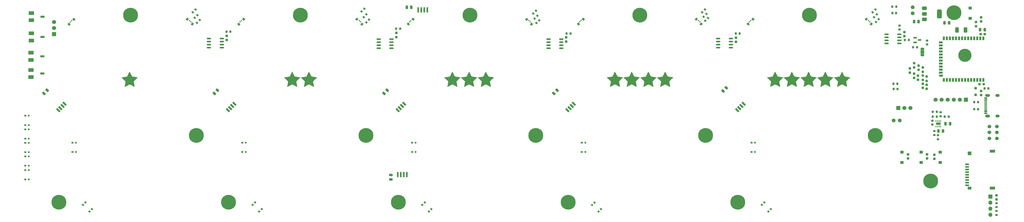
<source format=gbr>
%TF.GenerationSoftware,KiCad,Pcbnew,9.0.2*%
%TF.CreationDate,2025-07-03T01:09:00+02:00*%
%TF.ProjectId,Satisfactron_2025,53617469-7366-4616-9374-726f6e5f3230,rev?*%
%TF.SameCoordinates,Original*%
%TF.FileFunction,Soldermask,Top*%
%TF.FilePolarity,Negative*%
%FSLAX46Y46*%
G04 Gerber Fmt 4.6, Leading zero omitted, Abs format (unit mm)*
G04 Created by KiCad (PCBNEW 9.0.2) date 2025-07-03 01:09:00*
%MOMM*%
%LPD*%
G01*
G04 APERTURE LIST*
G04 Aperture macros list*
%AMRoundRect*
0 Rectangle with rounded corners*
0 $1 Rounding radius*
0 $2 $3 $4 $5 $6 $7 $8 $9 X,Y pos of 4 corners*
0 Add a 4 corners polygon primitive as box body*
4,1,4,$2,$3,$4,$5,$6,$7,$8,$9,$2,$3,0*
0 Add four circle primitives for the rounded corners*
1,1,$1+$1,$2,$3*
1,1,$1+$1,$4,$5*
1,1,$1+$1,$6,$7*
1,1,$1+$1,$8,$9*
0 Add four rect primitives between the rounded corners*
20,1,$1+$1,$2,$3,$4,$5,0*
20,1,$1+$1,$4,$5,$6,$7,0*
20,1,$1+$1,$6,$7,$8,$9,0*
20,1,$1+$1,$8,$9,$2,$3,0*%
%AMRotRect*
0 Rectangle, with rotation*
0 The origin of the aperture is its center*
0 $1 length*
0 $2 width*
0 $3 Rotation angle, in degrees counterclockwise*
0 Add horizontal line*
21,1,$1,$2,0,0,$3*%
%AMFreePoly0*
4,1,23,0.500000,-0.750000,0.000000,-0.750000,0.000000,-0.745722,-0.065263,-0.745722,-0.191342,-0.711940,-0.304381,-0.646677,-0.396677,-0.554381,-0.461940,-0.441342,-0.495722,-0.315263,-0.495722,-0.250000,-0.500000,-0.250000,-0.500000,0.250000,-0.495722,0.250000,-0.495722,0.315263,-0.461940,0.441342,-0.396677,0.554381,-0.304381,0.646677,-0.191342,0.711940,-0.065263,0.745722,0.000000,0.745722,
0.000000,0.750000,0.500000,0.750000,0.500000,-0.750000,0.500000,-0.750000,$1*%
%AMFreePoly1*
4,1,23,0.000000,0.745722,0.065263,0.745722,0.191342,0.711940,0.304381,0.646677,0.396677,0.554381,0.461940,0.441342,0.495722,0.315263,0.495722,0.250000,0.500000,0.250000,0.500000,-0.250000,0.495722,-0.250000,0.495722,-0.315263,0.461940,-0.441342,0.396677,-0.554381,0.304381,-0.646677,0.191342,-0.711940,0.065263,-0.745722,0.000000,-0.745722,0.000000,-0.750000,-0.500000,-0.750000,
-0.500000,0.750000,0.000000,0.750000,0.000000,0.745722,0.000000,0.745722,$1*%
%AMFreePoly2*
4,1,23,0.550000,-0.750000,0.000000,-0.750000,0.000000,-0.745722,-0.065263,-0.745722,-0.191342,-0.711940,-0.304381,-0.646677,-0.396677,-0.554381,-0.461940,-0.441342,-0.495722,-0.315263,-0.495722,-0.250000,-0.500000,-0.250000,-0.500000,0.250000,-0.495722,0.250000,-0.495722,0.315263,-0.461940,0.441342,-0.396677,0.554381,-0.304381,0.646677,-0.191342,0.711940,-0.065263,0.745722,0.000000,0.745722,
0.000000,0.750000,0.550000,0.750000,0.550000,-0.750000,0.550000,-0.750000,$1*%
%AMFreePoly3*
4,1,23,0.000000,0.745722,0.065263,0.745722,0.191342,0.711940,0.304381,0.646677,0.396677,0.554381,0.461940,0.441342,0.495722,0.315263,0.495722,0.250000,0.500000,0.250000,0.500000,-0.250000,0.495722,-0.250000,0.495722,-0.315263,0.461940,-0.441342,0.396677,-0.554381,0.304381,-0.646677,0.191342,-0.711940,0.065263,-0.745722,0.000000,-0.745722,0.000000,-0.750000,-0.550000,-0.750000,
-0.550000,0.750000,0.000000,0.750000,0.000000,0.745722,0.000000,0.745722,$1*%
G04 Aperture macros list end*
%ADD10C,0.000000*%
%ADD11C,6.200000*%
%ADD12O,1.864999X0.629997*%
%ADD13RoundRect,0.200000X-0.200000X-0.275000X0.200000X-0.275000X0.200000X0.275000X-0.200000X0.275000X0*%
%ADD14RoundRect,0.200000X0.053033X-0.335876X0.335876X-0.053033X-0.053033X0.335876X-0.335876X0.053033X0*%
%ADD15RoundRect,0.237500X-0.237500X0.300000X-0.237500X-0.300000X0.237500X-0.300000X0.237500X0.300000X0*%
%ADD16RoundRect,0.237500X0.237500X-0.300000X0.237500X0.300000X-0.237500X0.300000X-0.237500X-0.300000X0*%
%ADD17RoundRect,0.200000X0.200000X0.275000X-0.200000X0.275000X-0.200000X-0.275000X0.200000X-0.275000X0*%
%ADD18RoundRect,0.225000X-0.250000X0.225000X-0.250000X-0.225000X0.250000X-0.225000X0.250000X0.225000X0*%
%ADD19RoundRect,0.237500X0.237500X-0.250000X0.237500X0.250000X-0.237500X0.250000X-0.237500X-0.250000X0*%
%ADD20RotRect,0.800000X1.800000X225.000000*%
%ADD21R,1.700000X1.700000*%
%ADD22C,1.700000*%
%ADD23FreePoly0,270.000000*%
%ADD24FreePoly1,270.000000*%
%ADD25RoundRect,0.218750X0.218750X0.256250X-0.218750X0.256250X-0.218750X-0.256250X0.218750X-0.256250X0*%
%ADD26RoundRect,0.218750X-0.218750X-0.256250X0.218750X-0.256250X0.218750X0.256250X-0.218750X0.256250X0*%
%ADD27RotRect,0.529997X0.440005X135.000000*%
%ADD28RotRect,0.880010X1.000000X315.000000*%
%ADD29R,0.800000X0.770003*%
%ADD30R,0.829997X0.800000*%
%ADD31R,0.770003X0.800000*%
%ADD32RoundRect,0.250000X0.159099X-0.512652X0.512652X-0.159099X-0.159099X0.512652X-0.512652X0.159099X0*%
%ADD33RoundRect,0.250000X-0.250000X-0.475000X0.250000X-0.475000X0.250000X0.475000X-0.250000X0.475000X0*%
%ADD34R,1.600000X0.700000*%
%ADD35R,1.500000X1.200000*%
%ADD36R,2.200000X1.200000*%
%ADD37R,1.500000X1.600000*%
%ADD38RotRect,0.529997X0.440005X225.000000*%
%ADD39RotRect,0.880010X1.000000X45.000000*%
%ADD40R,1.359995X1.229997*%
%ADD41RoundRect,0.200000X0.275000X-0.200000X0.275000X0.200000X-0.275000X0.200000X-0.275000X-0.200000X0*%
%ADD42R,0.900000X1.500000*%
%ADD43R,1.500000X0.900000*%
%ADD44R,0.900000X0.900000*%
%ADD45C,5.500000*%
%ADD46RoundRect,0.237500X-0.237500X0.250000X-0.237500X-0.250000X0.237500X-0.250000X0.237500X0.250000X0*%
%ADD47O,1.700000X1.700000*%
%ADD48O,2.000000X1.200000*%
%ADD49O,1.800000X1.200000*%
%ADD50R,1.300000X0.300000*%
%ADD51RoundRect,0.250000X0.250000X0.475000X-0.250000X0.475000X-0.250000X-0.475000X0.250000X-0.475000X0*%
%ADD52R,0.800000X2.200000*%
%ADD53RoundRect,0.375000X-0.625000X-0.375000X0.625000X-0.375000X0.625000X0.375000X-0.625000X0.375000X0*%
%ADD54RoundRect,0.500000X-0.500000X-1.400000X0.500000X-1.400000X0.500000X1.400000X-0.500000X1.400000X0*%
%ADD55RoundRect,0.250000X0.475000X-0.250000X0.475000X0.250000X-0.475000X0.250000X-0.475000X-0.250000X0*%
%ADD56RoundRect,0.237500X0.250000X0.237500X-0.250000X0.237500X-0.250000X-0.237500X0.250000X-0.237500X0*%
%ADD57RotRect,0.800000X0.770003X45.000000*%
%ADD58RotRect,0.800000X0.829997X135.000000*%
%ADD59RotRect,0.800000X0.829997X315.000000*%
%ADD60RotRect,0.800000X0.770003X315.000000*%
%ADD61R,2.200000X1.600000*%
%ADD62R,1.800000X0.900000*%
%ADD63R,0.450013X0.650013*%
%ADD64R,1.900000X1.100000*%
%ADD65C,1.524003*%
%ADD66RoundRect,0.200000X-0.275000X0.200000X-0.275000X-0.200000X0.275000X-0.200000X0.275000X0.200000X0*%
%ADD67RoundRect,0.150000X-0.587500X-0.150000X0.587500X-0.150000X0.587500X0.150000X-0.587500X0.150000X0*%
%ADD68RoundRect,0.250000X-0.300000X0.300000X-0.300000X-0.300000X0.300000X-0.300000X0.300000X0.300000X0*%
%ADD69FreePoly2,90.000000*%
%ADD70R,1.500000X1.000000*%
%ADD71FreePoly3,90.000000*%
%ADD72RoundRect,0.237500X-0.300000X-0.237500X0.300000X-0.237500X0.300000X0.237500X-0.300000X0.237500X0*%
%ADD73C,1.600000*%
G04 APERTURE END LIST*
D10*
%TO.C,JP6*%
G36*
X375450000Y155100000D02*
G01*
X373950000Y155100000D01*
X373950000Y155400000D01*
X375450000Y155400000D01*
X375450000Y155100000D01*
G37*
%TO.C,G\u002A\u002A\u002A*%
G36*
X96638367Y137777476D02*
G01*
X96663077Y137730664D01*
X96701468Y137656074D01*
X96752122Y137556515D01*
X96813622Y137434793D01*
X96884550Y137293717D01*
X96963489Y137136094D01*
X97049022Y136964731D01*
X97139730Y136782436D01*
X97163121Y136735338D01*
X97688575Y135676973D01*
X98706123Y135532828D01*
X98901978Y135505092D01*
X99091089Y135478329D01*
X99269429Y135453107D01*
X99432970Y135429995D01*
X99577686Y135409562D01*
X99699550Y135392376D01*
X99794534Y135379007D01*
X99858611Y135370022D01*
X99877342Y135367416D01*
X99947507Y135356243D01*
X100000863Y135344964D01*
X100028818Y135335503D01*
X100031012Y135332984D01*
X100018081Y135317965D01*
X99980788Y135279112D01*
X99921370Y135218664D01*
X99842072Y135138860D01*
X99745134Y135041940D01*
X99632797Y134930144D01*
X99507305Y134805711D01*
X99370897Y134670883D01*
X99225816Y134527899D01*
X99191219Y134493859D01*
X99021264Y134326675D01*
X98875970Y134183565D01*
X98753429Y134062482D01*
X98651740Y133961381D01*
X98569002Y133878217D01*
X98503307Y133810941D01*
X98452755Y133757507D01*
X98415443Y133715870D01*
X98389465Y133683982D01*
X98372921Y133659799D01*
X98363907Y133641271D01*
X98360519Y133626355D01*
X98360854Y133613004D01*
X98362416Y133602707D01*
X98371061Y133552605D01*
X98383778Y133480267D01*
X98398030Y133400116D01*
X98400110Y133388500D01*
X98431636Y133212277D01*
X98459962Y133053354D01*
X98484317Y132916094D01*
X98503927Y132804860D01*
X98518019Y132724013D01*
X98522252Y132699313D01*
X98531947Y132643133D01*
X98546183Y132561805D01*
X98562934Y132466852D01*
X98577882Y132382660D01*
X98619961Y132145906D01*
X98655662Y131943819D01*
X98685317Y131774421D01*
X98709258Y131635736D01*
X98727820Y131525787D01*
X98741334Y131442596D01*
X98750135Y131384188D01*
X98754556Y131348584D01*
X98754928Y131333808D01*
X98754655Y131333266D01*
X98744796Y131335465D01*
X98717807Y131347246D01*
X98671347Y131369806D01*
X98603070Y131404338D01*
X98510631Y131452040D01*
X98391688Y131514107D01*
X98243897Y131591735D01*
X98121778Y131656101D01*
X98054776Y131691303D01*
X97963744Y131738914D01*
X97857734Y131794214D01*
X97745794Y131852479D01*
X97665424Y131894228D01*
X97540685Y131958993D01*
X97396670Y132033813D01*
X97247144Y132111533D01*
X97105871Y132185001D01*
X97032118Y132223376D01*
X96929352Y132276358D01*
X96835850Y132323623D01*
X96757391Y132362325D01*
X96699751Y132389618D01*
X96668708Y132402656D01*
X96667296Y132403064D01*
X96638436Y132398753D01*
X96582333Y132377398D01*
X96497850Y132338472D01*
X96383851Y132281448D01*
X96239205Y132205801D01*
X96220258Y132195726D01*
X96095272Y132129184D01*
X95969969Y132062505D01*
X95851720Y131999611D01*
X95747893Y131944419D01*
X95665862Y131900851D01*
X95635120Y131884544D01*
X95543719Y131836043D01*
X95447325Y131784812D01*
X95361205Y131738969D01*
X95327780Y131721144D01*
X95267705Y131689136D01*
X95183140Y131644154D01*
X95082510Y131590680D01*
X94974238Y131533187D01*
X94890053Y131488515D01*
X94792381Y131436672D01*
X94706001Y131390763D01*
X94636322Y131353666D01*
X94588759Y131328266D01*
X94568743Y131317455D01*
X94557204Y131325601D01*
X94554785Y131343124D01*
X94557805Y131367400D01*
X94566486Y131424933D01*
X94580263Y131512251D01*
X94598570Y131625882D01*
X94620842Y131762354D01*
X94646513Y131918193D01*
X94675017Y132089929D01*
X94705790Y132274088D01*
X94724024Y132382660D01*
X94756568Y132576401D01*
X94787800Y132762950D01*
X94817068Y132938351D01*
X94843715Y133098646D01*
X94867085Y133239879D01*
X94886523Y133358095D01*
X94901374Y133449337D01*
X94910981Y133509648D01*
X94913486Y133526096D01*
X94933719Y133663692D01*
X94832723Y133758305D01*
X94796690Y133792482D01*
X94737520Y133849115D01*
X94658822Y133924729D01*
X94564203Y134015847D01*
X94457273Y134118994D01*
X94341641Y134230693D01*
X94220915Y134347470D01*
X94200866Y134366879D01*
X94073254Y134490409D01*
X93944673Y134614839D01*
X93819762Y134735685D01*
X93703165Y134848457D01*
X93599519Y134948663D01*
X93513470Y135031819D01*
X93450943Y135092189D01*
X93378149Y135163277D01*
X93316519Y135225104D01*
X93270339Y135273237D01*
X93243894Y135303241D01*
X93239413Y135311074D01*
X93260368Y135317403D01*
X93307652Y135326502D01*
X93365343Y135335558D01*
X93429904Y135344979D01*
X93519708Y135358322D01*
X93623176Y135373857D01*
X93728730Y135389854D01*
X93735200Y135390839D01*
X93849802Y135408160D01*
X93972054Y135426389D01*
X94086753Y135443274D01*
X94172926Y135455738D01*
X94252098Y135467159D01*
X94358296Y135482666D01*
X94481704Y135500813D01*
X94612506Y135520159D01*
X94731726Y135537892D01*
X94862448Y135557364D01*
X94996591Y135577286D01*
X95123818Y135596128D01*
X95233794Y135612358D01*
X95309153Y135623420D01*
X95395621Y135636521D01*
X95470899Y135648777D01*
X95525803Y135658645D01*
X95548863Y135663773D01*
X95567725Y135683004D01*
X95600175Y135733775D01*
X95646502Y135816622D01*
X95706994Y135932076D01*
X95781941Y136080671D01*
X95853774Y136226368D01*
X95934918Y136392284D01*
X96025225Y136576968D01*
X96119539Y136769876D01*
X96212706Y136960469D01*
X96299572Y137138200D01*
X96371856Y137286128D01*
X96433984Y137412711D01*
X96490996Y137527765D01*
X96540829Y137627214D01*
X96581419Y137706979D01*
X96610701Y137762983D01*
X96626614Y137791147D01*
X96628758Y137793705D01*
X96638367Y137777476D01*
G37*
G36*
X170638367Y137777476D02*
G01*
X170663077Y137730664D01*
X170701468Y137656074D01*
X170752122Y137556515D01*
X170813622Y137434793D01*
X170884550Y137293717D01*
X170963489Y137136094D01*
X171049022Y136964731D01*
X171139730Y136782436D01*
X171163121Y136735338D01*
X171688575Y135676973D01*
X172706123Y135532828D01*
X172901978Y135505092D01*
X173091089Y135478329D01*
X173269429Y135453107D01*
X173432970Y135429995D01*
X173577686Y135409562D01*
X173699550Y135392376D01*
X173794534Y135379007D01*
X173858611Y135370022D01*
X173877342Y135367416D01*
X173947507Y135356243D01*
X174000863Y135344964D01*
X174028818Y135335503D01*
X174031012Y135332984D01*
X174018081Y135317965D01*
X173980788Y135279112D01*
X173921370Y135218664D01*
X173842072Y135138860D01*
X173745134Y135041940D01*
X173632797Y134930144D01*
X173507305Y134805711D01*
X173370897Y134670883D01*
X173225816Y134527899D01*
X173191219Y134493859D01*
X173021264Y134326675D01*
X172875970Y134183565D01*
X172753429Y134062482D01*
X172651740Y133961381D01*
X172569002Y133878217D01*
X172503307Y133810941D01*
X172452755Y133757507D01*
X172415443Y133715870D01*
X172389465Y133683982D01*
X172372921Y133659799D01*
X172363907Y133641271D01*
X172360519Y133626355D01*
X172360854Y133613004D01*
X172362416Y133602707D01*
X172371061Y133552605D01*
X172383778Y133480267D01*
X172398030Y133400116D01*
X172400110Y133388500D01*
X172431636Y133212277D01*
X172459962Y133053354D01*
X172484317Y132916094D01*
X172503927Y132804860D01*
X172518019Y132724013D01*
X172522252Y132699313D01*
X172531947Y132643133D01*
X172546183Y132561805D01*
X172562934Y132466852D01*
X172577882Y132382660D01*
X172619961Y132145906D01*
X172655662Y131943819D01*
X172685317Y131774421D01*
X172709258Y131635736D01*
X172727820Y131525787D01*
X172741334Y131442596D01*
X172750135Y131384188D01*
X172754556Y131348584D01*
X172754928Y131333808D01*
X172754655Y131333266D01*
X172744796Y131335465D01*
X172717807Y131347246D01*
X172671347Y131369806D01*
X172603070Y131404338D01*
X172510631Y131452040D01*
X172391688Y131514107D01*
X172243897Y131591735D01*
X172121778Y131656101D01*
X172054776Y131691303D01*
X171963744Y131738914D01*
X171857734Y131794214D01*
X171745794Y131852479D01*
X171665424Y131894228D01*
X171540685Y131958993D01*
X171396670Y132033813D01*
X171247144Y132111533D01*
X171105871Y132185001D01*
X171032118Y132223376D01*
X170929352Y132276358D01*
X170835850Y132323623D01*
X170757391Y132362325D01*
X170699751Y132389618D01*
X170668708Y132402656D01*
X170667296Y132403064D01*
X170638436Y132398753D01*
X170582333Y132377398D01*
X170497850Y132338472D01*
X170383851Y132281448D01*
X170239205Y132205801D01*
X170220258Y132195726D01*
X170095272Y132129184D01*
X169969969Y132062505D01*
X169851720Y131999611D01*
X169747893Y131944419D01*
X169665862Y131900851D01*
X169635120Y131884544D01*
X169543719Y131836043D01*
X169447325Y131784812D01*
X169361205Y131738969D01*
X169327780Y131721144D01*
X169267705Y131689136D01*
X169183140Y131644154D01*
X169082510Y131590680D01*
X168974238Y131533187D01*
X168890053Y131488515D01*
X168792381Y131436672D01*
X168706001Y131390763D01*
X168636322Y131353666D01*
X168588759Y131328266D01*
X168568743Y131317455D01*
X168557204Y131325601D01*
X168554785Y131343124D01*
X168557805Y131367400D01*
X168566486Y131424933D01*
X168580263Y131512251D01*
X168598570Y131625882D01*
X168620842Y131762354D01*
X168646513Y131918193D01*
X168675017Y132089929D01*
X168705790Y132274088D01*
X168724024Y132382660D01*
X168756568Y132576401D01*
X168787800Y132762950D01*
X168817068Y132938351D01*
X168843715Y133098646D01*
X168867085Y133239879D01*
X168886523Y133358095D01*
X168901374Y133449337D01*
X168910981Y133509648D01*
X168913486Y133526096D01*
X168933719Y133663692D01*
X168832723Y133758305D01*
X168796690Y133792482D01*
X168737520Y133849115D01*
X168658822Y133924729D01*
X168564203Y134015847D01*
X168457273Y134118994D01*
X168341641Y134230693D01*
X168220915Y134347470D01*
X168200866Y134366879D01*
X168073254Y134490409D01*
X167944673Y134614839D01*
X167819762Y134735685D01*
X167703165Y134848457D01*
X167599519Y134948663D01*
X167513470Y135031819D01*
X167450943Y135092189D01*
X167378149Y135163277D01*
X167316519Y135225104D01*
X167270339Y135273237D01*
X167243894Y135303241D01*
X167239413Y135311074D01*
X167260368Y135317403D01*
X167307652Y135326502D01*
X167365343Y135335558D01*
X167429904Y135344979D01*
X167519708Y135358322D01*
X167623176Y135373857D01*
X167728730Y135389854D01*
X167735200Y135390839D01*
X167849802Y135408160D01*
X167972054Y135426389D01*
X168086753Y135443274D01*
X168172926Y135455738D01*
X168252098Y135467159D01*
X168358296Y135482666D01*
X168481704Y135500813D01*
X168612506Y135520159D01*
X168731726Y135537892D01*
X168862448Y135557364D01*
X168996591Y135577286D01*
X169123818Y135596128D01*
X169233794Y135612358D01*
X169309153Y135623420D01*
X169395621Y135636521D01*
X169470899Y135648777D01*
X169525803Y135658645D01*
X169548863Y135663773D01*
X169567725Y135683004D01*
X169600175Y135733775D01*
X169646502Y135816622D01*
X169706994Y135932076D01*
X169781941Y136080671D01*
X169853774Y136226368D01*
X169934918Y136392284D01*
X170025225Y136576968D01*
X170119539Y136769876D01*
X170212706Y136960469D01*
X170299572Y137138200D01*
X170371856Y137286128D01*
X170433984Y137412711D01*
X170490996Y137527765D01*
X170540829Y137627214D01*
X170581419Y137706979D01*
X170610701Y137762983D01*
X170626614Y137791147D01*
X170628758Y137793705D01*
X170638367Y137777476D01*
G37*
G36*
X252638367Y137777476D02*
G01*
X252663077Y137730664D01*
X252701468Y137656074D01*
X252752122Y137556515D01*
X252813622Y137434793D01*
X252884550Y137293717D01*
X252963489Y137136094D01*
X253049022Y136964731D01*
X253139730Y136782436D01*
X253163121Y136735338D01*
X253688575Y135676973D01*
X254706123Y135532828D01*
X254901978Y135505092D01*
X255091089Y135478329D01*
X255269429Y135453107D01*
X255432970Y135429995D01*
X255577686Y135409562D01*
X255699550Y135392376D01*
X255794534Y135379007D01*
X255858611Y135370022D01*
X255877342Y135367416D01*
X255947507Y135356243D01*
X256000863Y135344964D01*
X256028818Y135335503D01*
X256031012Y135332984D01*
X256018081Y135317965D01*
X255980788Y135279112D01*
X255921370Y135218664D01*
X255842072Y135138860D01*
X255745134Y135041940D01*
X255632797Y134930144D01*
X255507305Y134805711D01*
X255370897Y134670883D01*
X255225816Y134527899D01*
X255191219Y134493859D01*
X255021264Y134326675D01*
X254875970Y134183565D01*
X254753429Y134062482D01*
X254651740Y133961381D01*
X254569002Y133878217D01*
X254503307Y133810941D01*
X254452755Y133757507D01*
X254415443Y133715870D01*
X254389465Y133683982D01*
X254372921Y133659799D01*
X254363907Y133641271D01*
X254360519Y133626355D01*
X254360854Y133613004D01*
X254362416Y133602707D01*
X254371061Y133552605D01*
X254383778Y133480267D01*
X254398030Y133400116D01*
X254400110Y133388500D01*
X254431636Y133212277D01*
X254459962Y133053354D01*
X254484317Y132916094D01*
X254503927Y132804860D01*
X254518019Y132724013D01*
X254522252Y132699313D01*
X254531947Y132643133D01*
X254546183Y132561805D01*
X254562934Y132466852D01*
X254577882Y132382660D01*
X254619961Y132145906D01*
X254655662Y131943819D01*
X254685317Y131774421D01*
X254709258Y131635736D01*
X254727820Y131525787D01*
X254741334Y131442596D01*
X254750135Y131384188D01*
X254754556Y131348584D01*
X254754928Y131333808D01*
X254754655Y131333266D01*
X254744796Y131335465D01*
X254717807Y131347246D01*
X254671347Y131369806D01*
X254603070Y131404338D01*
X254510631Y131452040D01*
X254391688Y131514107D01*
X254243897Y131591735D01*
X254121778Y131656101D01*
X254054776Y131691303D01*
X253963744Y131738914D01*
X253857734Y131794214D01*
X253745794Y131852479D01*
X253665424Y131894228D01*
X253540685Y131958993D01*
X253396670Y132033813D01*
X253247144Y132111533D01*
X253105871Y132185001D01*
X253032118Y132223376D01*
X252929352Y132276358D01*
X252835850Y132323623D01*
X252757391Y132362325D01*
X252699751Y132389618D01*
X252668708Y132402656D01*
X252667296Y132403064D01*
X252638436Y132398753D01*
X252582333Y132377398D01*
X252497850Y132338472D01*
X252383851Y132281448D01*
X252239205Y132205801D01*
X252220258Y132195726D01*
X252095272Y132129184D01*
X251969969Y132062505D01*
X251851720Y131999611D01*
X251747893Y131944419D01*
X251665862Y131900851D01*
X251635120Y131884544D01*
X251543719Y131836043D01*
X251447325Y131784812D01*
X251361205Y131738969D01*
X251327780Y131721144D01*
X251267705Y131689136D01*
X251183140Y131644154D01*
X251082510Y131590680D01*
X250974238Y131533187D01*
X250890053Y131488515D01*
X250792381Y131436672D01*
X250706001Y131390763D01*
X250636322Y131353666D01*
X250588759Y131328266D01*
X250568743Y131317455D01*
X250557204Y131325601D01*
X250554785Y131343124D01*
X250557805Y131367400D01*
X250566486Y131424933D01*
X250580263Y131512251D01*
X250598570Y131625882D01*
X250620842Y131762354D01*
X250646513Y131918193D01*
X250675017Y132089929D01*
X250705790Y132274088D01*
X250724024Y132382660D01*
X250756568Y132576401D01*
X250787800Y132762950D01*
X250817068Y132938351D01*
X250843715Y133098646D01*
X250867085Y133239879D01*
X250886523Y133358095D01*
X250901374Y133449337D01*
X250910981Y133509648D01*
X250913486Y133526096D01*
X250933719Y133663692D01*
X250832723Y133758305D01*
X250796690Y133792482D01*
X250737520Y133849115D01*
X250658822Y133924729D01*
X250564203Y134015847D01*
X250457273Y134118994D01*
X250341641Y134230693D01*
X250220915Y134347470D01*
X250200866Y134366879D01*
X250073254Y134490409D01*
X249944673Y134614839D01*
X249819762Y134735685D01*
X249703165Y134848457D01*
X249599519Y134948663D01*
X249513470Y135031819D01*
X249450943Y135092189D01*
X249378149Y135163277D01*
X249316519Y135225104D01*
X249270339Y135273237D01*
X249243894Y135303241D01*
X249239413Y135311074D01*
X249260368Y135317403D01*
X249307652Y135326502D01*
X249365343Y135335558D01*
X249429904Y135344979D01*
X249519708Y135358322D01*
X249623176Y135373857D01*
X249728730Y135389854D01*
X249735200Y135390839D01*
X249849802Y135408160D01*
X249972054Y135426389D01*
X250086753Y135443274D01*
X250172926Y135455738D01*
X250252098Y135467159D01*
X250358296Y135482666D01*
X250481704Y135500813D01*
X250612506Y135520159D01*
X250731726Y135537892D01*
X250862448Y135557364D01*
X250996591Y135577286D01*
X251123818Y135596128D01*
X251233794Y135612358D01*
X251309153Y135623420D01*
X251395621Y135636521D01*
X251470899Y135648777D01*
X251525803Y135658645D01*
X251548863Y135663773D01*
X251567725Y135683004D01*
X251600175Y135733775D01*
X251646502Y135816622D01*
X251706994Y135932076D01*
X251781941Y136080671D01*
X251853774Y136226368D01*
X251934918Y136392284D01*
X252025225Y136576968D01*
X252119539Y136769876D01*
X252212706Y136960469D01*
X252299572Y137138200D01*
X252371856Y137286128D01*
X252433984Y137412711D01*
X252490996Y137527765D01*
X252540829Y137627214D01*
X252581419Y137706979D01*
X252610701Y137762983D01*
X252626614Y137791147D01*
X252628758Y137793705D01*
X252638367Y137777476D01*
G37*
G36*
X312638367Y137777476D02*
G01*
X312663077Y137730664D01*
X312701468Y137656074D01*
X312752122Y137556515D01*
X312813622Y137434793D01*
X312884550Y137293717D01*
X312963489Y137136094D01*
X313049022Y136964731D01*
X313139730Y136782436D01*
X313163121Y136735338D01*
X313688575Y135676973D01*
X314706123Y135532828D01*
X314901978Y135505092D01*
X315091089Y135478329D01*
X315269429Y135453107D01*
X315432970Y135429995D01*
X315577686Y135409562D01*
X315699550Y135392376D01*
X315794534Y135379007D01*
X315858611Y135370022D01*
X315877342Y135367416D01*
X315947507Y135356243D01*
X316000863Y135344964D01*
X316028818Y135335503D01*
X316031012Y135332984D01*
X316018081Y135317965D01*
X315980788Y135279112D01*
X315921370Y135218664D01*
X315842072Y135138860D01*
X315745134Y135041940D01*
X315632797Y134930144D01*
X315507305Y134805711D01*
X315370897Y134670883D01*
X315225816Y134527899D01*
X315191219Y134493859D01*
X315021264Y134326675D01*
X314875970Y134183565D01*
X314753429Y134062482D01*
X314651740Y133961381D01*
X314569002Y133878217D01*
X314503307Y133810941D01*
X314452755Y133757507D01*
X314415443Y133715870D01*
X314389465Y133683982D01*
X314372921Y133659799D01*
X314363907Y133641271D01*
X314360519Y133626355D01*
X314360854Y133613004D01*
X314362416Y133602707D01*
X314371061Y133552605D01*
X314383778Y133480267D01*
X314398030Y133400116D01*
X314400110Y133388500D01*
X314431636Y133212277D01*
X314459962Y133053354D01*
X314484317Y132916094D01*
X314503927Y132804860D01*
X314518019Y132724013D01*
X314522252Y132699313D01*
X314531947Y132643133D01*
X314546183Y132561805D01*
X314562934Y132466852D01*
X314577882Y132382660D01*
X314619961Y132145906D01*
X314655662Y131943819D01*
X314685317Y131774421D01*
X314709258Y131635736D01*
X314727820Y131525787D01*
X314741334Y131442596D01*
X314750135Y131384188D01*
X314754556Y131348584D01*
X314754928Y131333808D01*
X314754655Y131333266D01*
X314744796Y131335465D01*
X314717807Y131347246D01*
X314671347Y131369806D01*
X314603070Y131404338D01*
X314510631Y131452040D01*
X314391688Y131514107D01*
X314243897Y131591735D01*
X314121778Y131656101D01*
X314054776Y131691303D01*
X313963744Y131738914D01*
X313857734Y131794214D01*
X313745794Y131852479D01*
X313665424Y131894228D01*
X313540685Y131958993D01*
X313396670Y132033813D01*
X313247144Y132111533D01*
X313105871Y132185001D01*
X313032118Y132223376D01*
X312929352Y132276358D01*
X312835850Y132323623D01*
X312757391Y132362325D01*
X312699751Y132389618D01*
X312668708Y132402656D01*
X312667296Y132403064D01*
X312638436Y132398753D01*
X312582333Y132377398D01*
X312497850Y132338472D01*
X312383851Y132281448D01*
X312239205Y132205801D01*
X312220258Y132195726D01*
X312095272Y132129184D01*
X311969969Y132062505D01*
X311851720Y131999611D01*
X311747893Y131944419D01*
X311665862Y131900851D01*
X311635120Y131884544D01*
X311543719Y131836043D01*
X311447325Y131784812D01*
X311361205Y131738969D01*
X311327780Y131721144D01*
X311267705Y131689136D01*
X311183140Y131644154D01*
X311082510Y131590680D01*
X310974238Y131533187D01*
X310890053Y131488515D01*
X310792381Y131436672D01*
X310706001Y131390763D01*
X310636322Y131353666D01*
X310588759Y131328266D01*
X310568743Y131317455D01*
X310557204Y131325601D01*
X310554785Y131343124D01*
X310557805Y131367400D01*
X310566486Y131424933D01*
X310580263Y131512251D01*
X310598570Y131625882D01*
X310620842Y131762354D01*
X310646513Y131918193D01*
X310675017Y132089929D01*
X310705790Y132274088D01*
X310724024Y132382660D01*
X310756568Y132576401D01*
X310787800Y132762950D01*
X310817068Y132938351D01*
X310843715Y133098646D01*
X310867085Y133239879D01*
X310886523Y133358095D01*
X310901374Y133449337D01*
X310910981Y133509648D01*
X310913486Y133526096D01*
X310933719Y133663692D01*
X310832723Y133758305D01*
X310796690Y133792482D01*
X310737520Y133849115D01*
X310658822Y133924729D01*
X310564203Y134015847D01*
X310457273Y134118994D01*
X310341641Y134230693D01*
X310220915Y134347470D01*
X310200866Y134366879D01*
X310073254Y134490409D01*
X309944673Y134614839D01*
X309819762Y134735685D01*
X309703165Y134848457D01*
X309599519Y134948663D01*
X309513470Y135031819D01*
X309450943Y135092189D01*
X309378149Y135163277D01*
X309316519Y135225104D01*
X309270339Y135273237D01*
X309243894Y135303241D01*
X309239413Y135311074D01*
X309260368Y135317403D01*
X309307652Y135326502D01*
X309365343Y135335558D01*
X309429904Y135344979D01*
X309519708Y135358322D01*
X309623176Y135373857D01*
X309728730Y135389854D01*
X309735200Y135390839D01*
X309849802Y135408160D01*
X309972054Y135426389D01*
X310086753Y135443274D01*
X310172926Y135455738D01*
X310252098Y135467159D01*
X310358296Y135482666D01*
X310481704Y135500813D01*
X310612506Y135520159D01*
X310731726Y135537892D01*
X310862448Y135557364D01*
X310996591Y135577286D01*
X311123818Y135596128D01*
X311233794Y135612358D01*
X311309153Y135623420D01*
X311395621Y135636521D01*
X311470899Y135648777D01*
X311525803Y135658645D01*
X311548863Y135663773D01*
X311567725Y135683004D01*
X311600175Y135733775D01*
X311646502Y135816622D01*
X311706994Y135932076D01*
X311781941Y136080671D01*
X311853774Y136226368D01*
X311934918Y136392284D01*
X312025225Y136576968D01*
X312119539Y136769876D01*
X312212706Y136960469D01*
X312299572Y137138200D01*
X312371856Y137286128D01*
X312433984Y137412711D01*
X312490996Y137527765D01*
X312540829Y137627214D01*
X312581419Y137706979D01*
X312610701Y137762983D01*
X312626614Y137791147D01*
X312628758Y137793705D01*
X312638367Y137777476D01*
G37*
G36*
X238638367Y137777476D02*
G01*
X238663077Y137730664D01*
X238701468Y137656074D01*
X238752122Y137556515D01*
X238813622Y137434793D01*
X238884550Y137293717D01*
X238963489Y137136094D01*
X239049022Y136964731D01*
X239139730Y136782436D01*
X239163121Y136735338D01*
X239688575Y135676973D01*
X240706123Y135532828D01*
X240901978Y135505092D01*
X241091089Y135478329D01*
X241269429Y135453107D01*
X241432970Y135429995D01*
X241577686Y135409562D01*
X241699550Y135392376D01*
X241794534Y135379007D01*
X241858611Y135370022D01*
X241877342Y135367416D01*
X241947507Y135356243D01*
X242000863Y135344964D01*
X242028818Y135335503D01*
X242031012Y135332984D01*
X242018081Y135317965D01*
X241980788Y135279112D01*
X241921370Y135218664D01*
X241842072Y135138860D01*
X241745134Y135041940D01*
X241632797Y134930144D01*
X241507305Y134805711D01*
X241370897Y134670883D01*
X241225816Y134527899D01*
X241191219Y134493859D01*
X241021264Y134326675D01*
X240875970Y134183565D01*
X240753429Y134062482D01*
X240651740Y133961381D01*
X240569002Y133878217D01*
X240503307Y133810941D01*
X240452755Y133757507D01*
X240415443Y133715870D01*
X240389465Y133683982D01*
X240372921Y133659799D01*
X240363907Y133641271D01*
X240360519Y133626355D01*
X240360854Y133613004D01*
X240362416Y133602707D01*
X240371061Y133552605D01*
X240383778Y133480267D01*
X240398030Y133400116D01*
X240400110Y133388500D01*
X240431636Y133212277D01*
X240459962Y133053354D01*
X240484317Y132916094D01*
X240503927Y132804860D01*
X240518019Y132724013D01*
X240522252Y132699313D01*
X240531947Y132643133D01*
X240546183Y132561805D01*
X240562934Y132466852D01*
X240577882Y132382660D01*
X240619961Y132145906D01*
X240655662Y131943819D01*
X240685317Y131774421D01*
X240709258Y131635736D01*
X240727820Y131525787D01*
X240741334Y131442596D01*
X240750135Y131384188D01*
X240754556Y131348584D01*
X240754928Y131333808D01*
X240754655Y131333266D01*
X240744796Y131335465D01*
X240717807Y131347246D01*
X240671347Y131369806D01*
X240603070Y131404338D01*
X240510631Y131452040D01*
X240391688Y131514107D01*
X240243897Y131591735D01*
X240121778Y131656101D01*
X240054776Y131691303D01*
X239963744Y131738914D01*
X239857734Y131794214D01*
X239745794Y131852479D01*
X239665424Y131894228D01*
X239540685Y131958993D01*
X239396670Y132033813D01*
X239247144Y132111533D01*
X239105871Y132185001D01*
X239032118Y132223376D01*
X238929352Y132276358D01*
X238835850Y132323623D01*
X238757391Y132362325D01*
X238699751Y132389618D01*
X238668708Y132402656D01*
X238667296Y132403064D01*
X238638436Y132398753D01*
X238582333Y132377398D01*
X238497850Y132338472D01*
X238383851Y132281448D01*
X238239205Y132205801D01*
X238220258Y132195726D01*
X238095272Y132129184D01*
X237969969Y132062505D01*
X237851720Y131999611D01*
X237747893Y131944419D01*
X237665862Y131900851D01*
X237635120Y131884544D01*
X237543719Y131836043D01*
X237447325Y131784812D01*
X237361205Y131738969D01*
X237327780Y131721144D01*
X237267705Y131689136D01*
X237183140Y131644154D01*
X237082510Y131590680D01*
X236974238Y131533187D01*
X236890053Y131488515D01*
X236792381Y131436672D01*
X236706001Y131390763D01*
X236636322Y131353666D01*
X236588759Y131328266D01*
X236568743Y131317455D01*
X236557204Y131325601D01*
X236554785Y131343124D01*
X236557805Y131367400D01*
X236566486Y131424933D01*
X236580263Y131512251D01*
X236598570Y131625882D01*
X236620842Y131762354D01*
X236646513Y131918193D01*
X236675017Y132089929D01*
X236705790Y132274088D01*
X236724024Y132382660D01*
X236756568Y132576401D01*
X236787800Y132762950D01*
X236817068Y132938351D01*
X236843715Y133098646D01*
X236867085Y133239879D01*
X236886523Y133358095D01*
X236901374Y133449337D01*
X236910981Y133509648D01*
X236913486Y133526096D01*
X236933719Y133663692D01*
X236832723Y133758305D01*
X236796690Y133792482D01*
X236737520Y133849115D01*
X236658822Y133924729D01*
X236564203Y134015847D01*
X236457273Y134118994D01*
X236341641Y134230693D01*
X236220915Y134347470D01*
X236200866Y134366879D01*
X236073254Y134490409D01*
X235944673Y134614839D01*
X235819762Y134735685D01*
X235703165Y134848457D01*
X235599519Y134948663D01*
X235513470Y135031819D01*
X235450943Y135092189D01*
X235378149Y135163277D01*
X235316519Y135225104D01*
X235270339Y135273237D01*
X235243894Y135303241D01*
X235239413Y135311074D01*
X235260368Y135317403D01*
X235307652Y135326502D01*
X235365343Y135335558D01*
X235429904Y135344979D01*
X235519708Y135358322D01*
X235623176Y135373857D01*
X235728730Y135389854D01*
X235735200Y135390839D01*
X235849802Y135408160D01*
X235972054Y135426389D01*
X236086753Y135443274D01*
X236172926Y135455738D01*
X236252098Y135467159D01*
X236358296Y135482666D01*
X236481704Y135500813D01*
X236612506Y135520159D01*
X236731726Y135537892D01*
X236862448Y135557364D01*
X236996591Y135577286D01*
X237123818Y135596128D01*
X237233794Y135612358D01*
X237309153Y135623420D01*
X237395621Y135636521D01*
X237470899Y135648777D01*
X237525803Y135658645D01*
X237548863Y135663773D01*
X237567725Y135683004D01*
X237600175Y135733775D01*
X237646502Y135816622D01*
X237706994Y135932076D01*
X237781941Y136080671D01*
X237853774Y136226368D01*
X237934918Y136392284D01*
X238025225Y136576968D01*
X238119539Y136769876D01*
X238212706Y136960469D01*
X238299572Y137138200D01*
X238371856Y137286128D01*
X238433984Y137412711D01*
X238490996Y137527765D01*
X238540829Y137627214D01*
X238581419Y137706979D01*
X238610701Y137762983D01*
X238626614Y137791147D01*
X238628758Y137793705D01*
X238638367Y137777476D01*
G37*
G36*
X298638367Y137777476D02*
G01*
X298663077Y137730664D01*
X298701468Y137656074D01*
X298752122Y137556515D01*
X298813622Y137434793D01*
X298884550Y137293717D01*
X298963489Y137136094D01*
X299049022Y136964731D01*
X299139730Y136782436D01*
X299163121Y136735338D01*
X299688575Y135676973D01*
X300706123Y135532828D01*
X300901978Y135505092D01*
X301091089Y135478329D01*
X301269429Y135453107D01*
X301432970Y135429995D01*
X301577686Y135409562D01*
X301699550Y135392376D01*
X301794534Y135379007D01*
X301858611Y135370022D01*
X301877342Y135367416D01*
X301947507Y135356243D01*
X302000863Y135344964D01*
X302028818Y135335503D01*
X302031012Y135332984D01*
X302018081Y135317965D01*
X301980788Y135279112D01*
X301921370Y135218664D01*
X301842072Y135138860D01*
X301745134Y135041940D01*
X301632797Y134930144D01*
X301507305Y134805711D01*
X301370897Y134670883D01*
X301225816Y134527899D01*
X301191219Y134493859D01*
X301021264Y134326675D01*
X300875970Y134183565D01*
X300753429Y134062482D01*
X300651740Y133961381D01*
X300569002Y133878217D01*
X300503307Y133810941D01*
X300452755Y133757507D01*
X300415443Y133715870D01*
X300389465Y133683982D01*
X300372921Y133659799D01*
X300363907Y133641271D01*
X300360519Y133626355D01*
X300360854Y133613004D01*
X300362416Y133602707D01*
X300371061Y133552605D01*
X300383778Y133480267D01*
X300398030Y133400116D01*
X300400110Y133388500D01*
X300431636Y133212277D01*
X300459962Y133053354D01*
X300484317Y132916094D01*
X300503927Y132804860D01*
X300518019Y132724013D01*
X300522252Y132699313D01*
X300531947Y132643133D01*
X300546183Y132561805D01*
X300562934Y132466852D01*
X300577882Y132382660D01*
X300619961Y132145906D01*
X300655662Y131943819D01*
X300685317Y131774421D01*
X300709258Y131635736D01*
X300727820Y131525787D01*
X300741334Y131442596D01*
X300750135Y131384188D01*
X300754556Y131348584D01*
X300754928Y131333808D01*
X300754655Y131333266D01*
X300744796Y131335465D01*
X300717807Y131347246D01*
X300671347Y131369806D01*
X300603070Y131404338D01*
X300510631Y131452040D01*
X300391688Y131514107D01*
X300243897Y131591735D01*
X300121778Y131656101D01*
X300054776Y131691303D01*
X299963744Y131738914D01*
X299857734Y131794214D01*
X299745794Y131852479D01*
X299665424Y131894228D01*
X299540685Y131958993D01*
X299396670Y132033813D01*
X299247144Y132111533D01*
X299105871Y132185001D01*
X299032118Y132223376D01*
X298929352Y132276358D01*
X298835850Y132323623D01*
X298757391Y132362325D01*
X298699751Y132389618D01*
X298668708Y132402656D01*
X298667296Y132403064D01*
X298638436Y132398753D01*
X298582333Y132377398D01*
X298497850Y132338472D01*
X298383851Y132281448D01*
X298239205Y132205801D01*
X298220258Y132195726D01*
X298095272Y132129184D01*
X297969969Y132062505D01*
X297851720Y131999611D01*
X297747893Y131944419D01*
X297665862Y131900851D01*
X297635120Y131884544D01*
X297543719Y131836043D01*
X297447325Y131784812D01*
X297361205Y131738969D01*
X297327780Y131721144D01*
X297267705Y131689136D01*
X297183140Y131644154D01*
X297082510Y131590680D01*
X296974238Y131533187D01*
X296890053Y131488515D01*
X296792381Y131436672D01*
X296706001Y131390763D01*
X296636322Y131353666D01*
X296588759Y131328266D01*
X296568743Y131317455D01*
X296557204Y131325601D01*
X296554785Y131343124D01*
X296557805Y131367400D01*
X296566486Y131424933D01*
X296580263Y131512251D01*
X296598570Y131625882D01*
X296620842Y131762354D01*
X296646513Y131918193D01*
X296675017Y132089929D01*
X296705790Y132274088D01*
X296724024Y132382660D01*
X296756568Y132576401D01*
X296787800Y132762950D01*
X296817068Y132938351D01*
X296843715Y133098646D01*
X296867085Y133239879D01*
X296886523Y133358095D01*
X296901374Y133449337D01*
X296910981Y133509648D01*
X296913486Y133526096D01*
X296933719Y133663692D01*
X296832723Y133758305D01*
X296796690Y133792482D01*
X296737520Y133849115D01*
X296658822Y133924729D01*
X296564203Y134015847D01*
X296457273Y134118994D01*
X296341641Y134230693D01*
X296220915Y134347470D01*
X296200866Y134366879D01*
X296073254Y134490409D01*
X295944673Y134614839D01*
X295819762Y134735685D01*
X295703165Y134848457D01*
X295599519Y134948663D01*
X295513470Y135031819D01*
X295450943Y135092189D01*
X295378149Y135163277D01*
X295316519Y135225104D01*
X295270339Y135273237D01*
X295243894Y135303241D01*
X295239413Y135311074D01*
X295260368Y135317403D01*
X295307652Y135326502D01*
X295365343Y135335558D01*
X295429904Y135344979D01*
X295519708Y135358322D01*
X295623176Y135373857D01*
X295728730Y135389854D01*
X295735200Y135390839D01*
X295849802Y135408160D01*
X295972054Y135426389D01*
X296086753Y135443274D01*
X296172926Y135455738D01*
X296252098Y135467159D01*
X296358296Y135482666D01*
X296481704Y135500813D01*
X296612506Y135520159D01*
X296731726Y135537892D01*
X296862448Y135557364D01*
X296996591Y135577286D01*
X297123818Y135596128D01*
X297233794Y135612358D01*
X297309153Y135623420D01*
X297395621Y135636521D01*
X297470899Y135648777D01*
X297525803Y135658645D01*
X297548863Y135663773D01*
X297567725Y135683004D01*
X297600175Y135733775D01*
X297646502Y135816622D01*
X297706994Y135932076D01*
X297781941Y136080671D01*
X297853774Y136226368D01*
X297934918Y136392284D01*
X298025225Y136576968D01*
X298119539Y136769876D01*
X298212706Y136960469D01*
X298299572Y137138200D01*
X298371856Y137286128D01*
X298433984Y137412711D01*
X298490996Y137527765D01*
X298540829Y137627214D01*
X298581419Y137706979D01*
X298610701Y137762983D01*
X298626614Y137791147D01*
X298628758Y137793705D01*
X298638367Y137777476D01*
G37*
G36*
X319638367Y137777476D02*
G01*
X319663077Y137730664D01*
X319701468Y137656074D01*
X319752122Y137556515D01*
X319813622Y137434793D01*
X319884550Y137293717D01*
X319963489Y137136094D01*
X320049022Y136964731D01*
X320139730Y136782436D01*
X320163121Y136735338D01*
X320688575Y135676973D01*
X321706123Y135532828D01*
X321901978Y135505092D01*
X322091089Y135478329D01*
X322269429Y135453107D01*
X322432970Y135429995D01*
X322577686Y135409562D01*
X322699550Y135392376D01*
X322794534Y135379007D01*
X322858611Y135370022D01*
X322877342Y135367416D01*
X322947507Y135356243D01*
X323000863Y135344964D01*
X323028818Y135335503D01*
X323031012Y135332984D01*
X323018081Y135317965D01*
X322980788Y135279112D01*
X322921370Y135218664D01*
X322842072Y135138860D01*
X322745134Y135041940D01*
X322632797Y134930144D01*
X322507305Y134805711D01*
X322370897Y134670883D01*
X322225816Y134527899D01*
X322191219Y134493859D01*
X322021264Y134326675D01*
X321875970Y134183565D01*
X321753429Y134062482D01*
X321651740Y133961381D01*
X321569002Y133878217D01*
X321503307Y133810941D01*
X321452755Y133757507D01*
X321415443Y133715870D01*
X321389465Y133683982D01*
X321372921Y133659799D01*
X321363907Y133641271D01*
X321360519Y133626355D01*
X321360854Y133613004D01*
X321362416Y133602707D01*
X321371061Y133552605D01*
X321383778Y133480267D01*
X321398030Y133400116D01*
X321400110Y133388500D01*
X321431636Y133212277D01*
X321459962Y133053354D01*
X321484317Y132916094D01*
X321503927Y132804860D01*
X321518019Y132724013D01*
X321522252Y132699313D01*
X321531947Y132643133D01*
X321546183Y132561805D01*
X321562934Y132466852D01*
X321577882Y132382660D01*
X321619961Y132145906D01*
X321655662Y131943819D01*
X321685317Y131774421D01*
X321709258Y131635736D01*
X321727820Y131525787D01*
X321741334Y131442596D01*
X321750135Y131384188D01*
X321754556Y131348584D01*
X321754928Y131333808D01*
X321754655Y131333266D01*
X321744796Y131335465D01*
X321717807Y131347246D01*
X321671347Y131369806D01*
X321603070Y131404338D01*
X321510631Y131452040D01*
X321391688Y131514107D01*
X321243897Y131591735D01*
X321121778Y131656101D01*
X321054776Y131691303D01*
X320963744Y131738914D01*
X320857734Y131794214D01*
X320745794Y131852479D01*
X320665424Y131894228D01*
X320540685Y131958993D01*
X320396670Y132033813D01*
X320247144Y132111533D01*
X320105871Y132185001D01*
X320032118Y132223376D01*
X319929352Y132276358D01*
X319835850Y132323623D01*
X319757391Y132362325D01*
X319699751Y132389618D01*
X319668708Y132402656D01*
X319667296Y132403064D01*
X319638436Y132398753D01*
X319582333Y132377398D01*
X319497850Y132338472D01*
X319383851Y132281448D01*
X319239205Y132205801D01*
X319220258Y132195726D01*
X319095272Y132129184D01*
X318969969Y132062505D01*
X318851720Y131999611D01*
X318747893Y131944419D01*
X318665862Y131900851D01*
X318635120Y131884544D01*
X318543719Y131836043D01*
X318447325Y131784812D01*
X318361205Y131738969D01*
X318327780Y131721144D01*
X318267705Y131689136D01*
X318183140Y131644154D01*
X318082510Y131590680D01*
X317974238Y131533187D01*
X317890053Y131488515D01*
X317792381Y131436672D01*
X317706001Y131390763D01*
X317636322Y131353666D01*
X317588759Y131328266D01*
X317568743Y131317455D01*
X317557204Y131325601D01*
X317554785Y131343124D01*
X317557805Y131367400D01*
X317566486Y131424933D01*
X317580263Y131512251D01*
X317598570Y131625882D01*
X317620842Y131762354D01*
X317646513Y131918193D01*
X317675017Y132089929D01*
X317705790Y132274088D01*
X317724024Y132382660D01*
X317756568Y132576401D01*
X317787800Y132762950D01*
X317817068Y132938351D01*
X317843715Y133098646D01*
X317867085Y133239879D01*
X317886523Y133358095D01*
X317901374Y133449337D01*
X317910981Y133509648D01*
X317913486Y133526096D01*
X317933719Y133663692D01*
X317832723Y133758305D01*
X317796690Y133792482D01*
X317737520Y133849115D01*
X317658822Y133924729D01*
X317564203Y134015847D01*
X317457273Y134118994D01*
X317341641Y134230693D01*
X317220915Y134347470D01*
X317200866Y134366879D01*
X317073254Y134490409D01*
X316944673Y134614839D01*
X316819762Y134735685D01*
X316703165Y134848457D01*
X316599519Y134948663D01*
X316513470Y135031819D01*
X316450943Y135092189D01*
X316378149Y135163277D01*
X316316519Y135225104D01*
X316270339Y135273237D01*
X316243894Y135303241D01*
X316239413Y135311074D01*
X316260368Y135317403D01*
X316307652Y135326502D01*
X316365343Y135335558D01*
X316429904Y135344979D01*
X316519708Y135358322D01*
X316623176Y135373857D01*
X316728730Y135389854D01*
X316735200Y135390839D01*
X316849802Y135408160D01*
X316972054Y135426389D01*
X317086753Y135443274D01*
X317172926Y135455738D01*
X317252098Y135467159D01*
X317358296Y135482666D01*
X317481704Y135500813D01*
X317612506Y135520159D01*
X317731726Y135537892D01*
X317862448Y135557364D01*
X317996591Y135577286D01*
X318123818Y135596128D01*
X318233794Y135612358D01*
X318309153Y135623420D01*
X318395621Y135636521D01*
X318470899Y135648777D01*
X318525803Y135658645D01*
X318548863Y135663773D01*
X318567725Y135683004D01*
X318600175Y135733775D01*
X318646502Y135816622D01*
X318706994Y135932076D01*
X318781941Y136080671D01*
X318853774Y136226368D01*
X318934918Y136392284D01*
X319025225Y136576968D01*
X319119539Y136769876D01*
X319212706Y136960469D01*
X319299572Y137138200D01*
X319371856Y137286128D01*
X319433984Y137412711D01*
X319490996Y137527765D01*
X319540829Y137627214D01*
X319581419Y137706979D01*
X319610701Y137762983D01*
X319626614Y137791147D01*
X319628758Y137793705D01*
X319638367Y137777476D01*
G37*
G36*
X326638367Y137777476D02*
G01*
X326663077Y137730664D01*
X326701468Y137656074D01*
X326752122Y137556515D01*
X326813622Y137434793D01*
X326884550Y137293717D01*
X326963489Y137136094D01*
X327049022Y136964731D01*
X327139730Y136782436D01*
X327163121Y136735338D01*
X327688575Y135676973D01*
X328706123Y135532828D01*
X328901978Y135505092D01*
X329091089Y135478329D01*
X329269429Y135453107D01*
X329432970Y135429995D01*
X329577686Y135409562D01*
X329699550Y135392376D01*
X329794534Y135379007D01*
X329858611Y135370022D01*
X329877342Y135367416D01*
X329947507Y135356243D01*
X330000863Y135344964D01*
X330028818Y135335503D01*
X330031012Y135332984D01*
X330018081Y135317965D01*
X329980788Y135279112D01*
X329921370Y135218664D01*
X329842072Y135138860D01*
X329745134Y135041940D01*
X329632797Y134930144D01*
X329507305Y134805711D01*
X329370897Y134670883D01*
X329225816Y134527899D01*
X329191219Y134493859D01*
X329021264Y134326675D01*
X328875970Y134183565D01*
X328753429Y134062482D01*
X328651740Y133961381D01*
X328569002Y133878217D01*
X328503307Y133810941D01*
X328452755Y133757507D01*
X328415443Y133715870D01*
X328389465Y133683982D01*
X328372921Y133659799D01*
X328363907Y133641271D01*
X328360519Y133626355D01*
X328360854Y133613004D01*
X328362416Y133602707D01*
X328371061Y133552605D01*
X328383778Y133480267D01*
X328398030Y133400116D01*
X328400110Y133388500D01*
X328431636Y133212277D01*
X328459962Y133053354D01*
X328484317Y132916094D01*
X328503927Y132804860D01*
X328518019Y132724013D01*
X328522252Y132699313D01*
X328531947Y132643133D01*
X328546183Y132561805D01*
X328562934Y132466852D01*
X328577882Y132382660D01*
X328619961Y132145906D01*
X328655662Y131943819D01*
X328685317Y131774421D01*
X328709258Y131635736D01*
X328727820Y131525787D01*
X328741334Y131442596D01*
X328750135Y131384188D01*
X328754556Y131348584D01*
X328754928Y131333808D01*
X328754655Y131333266D01*
X328744796Y131335465D01*
X328717807Y131347246D01*
X328671347Y131369806D01*
X328603070Y131404338D01*
X328510631Y131452040D01*
X328391688Y131514107D01*
X328243897Y131591735D01*
X328121778Y131656101D01*
X328054776Y131691303D01*
X327963744Y131738914D01*
X327857734Y131794214D01*
X327745794Y131852479D01*
X327665424Y131894228D01*
X327540685Y131958993D01*
X327396670Y132033813D01*
X327247144Y132111533D01*
X327105871Y132185001D01*
X327032118Y132223376D01*
X326929352Y132276358D01*
X326835850Y132323623D01*
X326757391Y132362325D01*
X326699751Y132389618D01*
X326668708Y132402656D01*
X326667296Y132403064D01*
X326638436Y132398753D01*
X326582333Y132377398D01*
X326497850Y132338472D01*
X326383851Y132281448D01*
X326239205Y132205801D01*
X326220258Y132195726D01*
X326095272Y132129184D01*
X325969969Y132062505D01*
X325851720Y131999611D01*
X325747893Y131944419D01*
X325665862Y131900851D01*
X325635120Y131884544D01*
X325543719Y131836043D01*
X325447325Y131784812D01*
X325361205Y131738969D01*
X325327780Y131721144D01*
X325267705Y131689136D01*
X325183140Y131644154D01*
X325082510Y131590680D01*
X324974238Y131533187D01*
X324890053Y131488515D01*
X324792381Y131436672D01*
X324706001Y131390763D01*
X324636322Y131353666D01*
X324588759Y131328266D01*
X324568743Y131317455D01*
X324557204Y131325601D01*
X324554785Y131343124D01*
X324557805Y131367400D01*
X324566486Y131424933D01*
X324580263Y131512251D01*
X324598570Y131625882D01*
X324620842Y131762354D01*
X324646513Y131918193D01*
X324675017Y132089929D01*
X324705790Y132274088D01*
X324724024Y132382660D01*
X324756568Y132576401D01*
X324787800Y132762950D01*
X324817068Y132938351D01*
X324843715Y133098646D01*
X324867085Y133239879D01*
X324886523Y133358095D01*
X324901374Y133449337D01*
X324910981Y133509648D01*
X324913486Y133526096D01*
X324933719Y133663692D01*
X324832723Y133758305D01*
X324796690Y133792482D01*
X324737520Y133849115D01*
X324658822Y133924729D01*
X324564203Y134015847D01*
X324457273Y134118994D01*
X324341641Y134230693D01*
X324220915Y134347470D01*
X324200866Y134366879D01*
X324073254Y134490409D01*
X323944673Y134614839D01*
X323819762Y134735685D01*
X323703165Y134848457D01*
X323599519Y134948663D01*
X323513470Y135031819D01*
X323450943Y135092189D01*
X323378149Y135163277D01*
X323316519Y135225104D01*
X323270339Y135273237D01*
X323243894Y135303241D01*
X323239413Y135311074D01*
X323260368Y135317403D01*
X323307652Y135326502D01*
X323365343Y135335558D01*
X323429904Y135344979D01*
X323519708Y135358322D01*
X323623176Y135373857D01*
X323728730Y135389854D01*
X323735200Y135390839D01*
X323849802Y135408160D01*
X323972054Y135426389D01*
X324086753Y135443274D01*
X324172926Y135455738D01*
X324252098Y135467159D01*
X324358296Y135482666D01*
X324481704Y135500813D01*
X324612506Y135520159D01*
X324731726Y135537892D01*
X324862448Y135557364D01*
X324996591Y135577286D01*
X325123818Y135596128D01*
X325233794Y135612358D01*
X325309153Y135623420D01*
X325395621Y135636521D01*
X325470899Y135648777D01*
X325525803Y135658645D01*
X325548863Y135663773D01*
X325567725Y135683004D01*
X325600175Y135733775D01*
X325646502Y135816622D01*
X325706994Y135932076D01*
X325781941Y136080671D01*
X325853774Y136226368D01*
X325934918Y136392284D01*
X326025225Y136576968D01*
X326119539Y136769876D01*
X326212706Y136960469D01*
X326299572Y137138200D01*
X326371856Y137286128D01*
X326433984Y137412711D01*
X326490996Y137527765D01*
X326540829Y137627214D01*
X326581419Y137706979D01*
X326610701Y137762983D01*
X326626614Y137791147D01*
X326628758Y137793705D01*
X326638367Y137777476D01*
G37*
G36*
X163638367Y137777476D02*
G01*
X163663077Y137730664D01*
X163701468Y137656074D01*
X163752122Y137556515D01*
X163813622Y137434793D01*
X163884550Y137293717D01*
X163963489Y137136094D01*
X164049022Y136964731D01*
X164139730Y136782436D01*
X164163121Y136735338D01*
X164688575Y135676973D01*
X165706123Y135532828D01*
X165901978Y135505092D01*
X166091089Y135478329D01*
X166269429Y135453107D01*
X166432970Y135429995D01*
X166577686Y135409562D01*
X166699550Y135392376D01*
X166794534Y135379007D01*
X166858611Y135370022D01*
X166877342Y135367416D01*
X166947507Y135356243D01*
X167000863Y135344964D01*
X167028818Y135335503D01*
X167031012Y135332984D01*
X167018081Y135317965D01*
X166980788Y135279112D01*
X166921370Y135218664D01*
X166842072Y135138860D01*
X166745134Y135041940D01*
X166632797Y134930144D01*
X166507305Y134805711D01*
X166370897Y134670883D01*
X166225816Y134527899D01*
X166191219Y134493859D01*
X166021264Y134326675D01*
X165875970Y134183565D01*
X165753429Y134062482D01*
X165651740Y133961381D01*
X165569002Y133878217D01*
X165503307Y133810941D01*
X165452755Y133757507D01*
X165415443Y133715870D01*
X165389465Y133683982D01*
X165372921Y133659799D01*
X165363907Y133641271D01*
X165360519Y133626355D01*
X165360854Y133613004D01*
X165362416Y133602707D01*
X165371061Y133552605D01*
X165383778Y133480267D01*
X165398030Y133400116D01*
X165400110Y133388500D01*
X165431636Y133212277D01*
X165459962Y133053354D01*
X165484317Y132916094D01*
X165503927Y132804860D01*
X165518019Y132724013D01*
X165522252Y132699313D01*
X165531947Y132643133D01*
X165546183Y132561805D01*
X165562934Y132466852D01*
X165577882Y132382660D01*
X165619961Y132145906D01*
X165655662Y131943819D01*
X165685317Y131774421D01*
X165709258Y131635736D01*
X165727820Y131525787D01*
X165741334Y131442596D01*
X165750135Y131384188D01*
X165754556Y131348584D01*
X165754928Y131333808D01*
X165754655Y131333266D01*
X165744796Y131335465D01*
X165717807Y131347246D01*
X165671347Y131369806D01*
X165603070Y131404338D01*
X165510631Y131452040D01*
X165391688Y131514107D01*
X165243897Y131591735D01*
X165121778Y131656101D01*
X165054776Y131691303D01*
X164963744Y131738914D01*
X164857734Y131794214D01*
X164745794Y131852479D01*
X164665424Y131894228D01*
X164540685Y131958993D01*
X164396670Y132033813D01*
X164247144Y132111533D01*
X164105871Y132185001D01*
X164032118Y132223376D01*
X163929352Y132276358D01*
X163835850Y132323623D01*
X163757391Y132362325D01*
X163699751Y132389618D01*
X163668708Y132402656D01*
X163667296Y132403064D01*
X163638436Y132398753D01*
X163582333Y132377398D01*
X163497850Y132338472D01*
X163383851Y132281448D01*
X163239205Y132205801D01*
X163220258Y132195726D01*
X163095272Y132129184D01*
X162969969Y132062505D01*
X162851720Y131999611D01*
X162747893Y131944419D01*
X162665862Y131900851D01*
X162635120Y131884544D01*
X162543719Y131836043D01*
X162447325Y131784812D01*
X162361205Y131738969D01*
X162327780Y131721144D01*
X162267705Y131689136D01*
X162183140Y131644154D01*
X162082510Y131590680D01*
X161974238Y131533187D01*
X161890053Y131488515D01*
X161792381Y131436672D01*
X161706001Y131390763D01*
X161636322Y131353666D01*
X161588759Y131328266D01*
X161568743Y131317455D01*
X161557204Y131325601D01*
X161554785Y131343124D01*
X161557805Y131367400D01*
X161566486Y131424933D01*
X161580263Y131512251D01*
X161598570Y131625882D01*
X161620842Y131762354D01*
X161646513Y131918193D01*
X161675017Y132089929D01*
X161705790Y132274088D01*
X161724024Y132382660D01*
X161756568Y132576401D01*
X161787800Y132762950D01*
X161817068Y132938351D01*
X161843715Y133098646D01*
X161867085Y133239879D01*
X161886523Y133358095D01*
X161901374Y133449337D01*
X161910981Y133509648D01*
X161913486Y133526096D01*
X161933719Y133663692D01*
X161832723Y133758305D01*
X161796690Y133792482D01*
X161737520Y133849115D01*
X161658822Y133924729D01*
X161564203Y134015847D01*
X161457273Y134118994D01*
X161341641Y134230693D01*
X161220915Y134347470D01*
X161200866Y134366879D01*
X161073254Y134490409D01*
X160944673Y134614839D01*
X160819762Y134735685D01*
X160703165Y134848457D01*
X160599519Y134948663D01*
X160513470Y135031819D01*
X160450943Y135092189D01*
X160378149Y135163277D01*
X160316519Y135225104D01*
X160270339Y135273237D01*
X160243894Y135303241D01*
X160239413Y135311074D01*
X160260368Y135317403D01*
X160307652Y135326502D01*
X160365343Y135335558D01*
X160429904Y135344979D01*
X160519708Y135358322D01*
X160623176Y135373857D01*
X160728730Y135389854D01*
X160735200Y135390839D01*
X160849802Y135408160D01*
X160972054Y135426389D01*
X161086753Y135443274D01*
X161172926Y135455738D01*
X161252098Y135467159D01*
X161358296Y135482666D01*
X161481704Y135500813D01*
X161612506Y135520159D01*
X161731726Y135537892D01*
X161862448Y135557364D01*
X161996591Y135577286D01*
X162123818Y135596128D01*
X162233794Y135612358D01*
X162309153Y135623420D01*
X162395621Y135636521D01*
X162470899Y135648777D01*
X162525803Y135658645D01*
X162548863Y135663773D01*
X162567725Y135683004D01*
X162600175Y135733775D01*
X162646502Y135816622D01*
X162706994Y135932076D01*
X162781941Y136080671D01*
X162853774Y136226368D01*
X162934918Y136392284D01*
X163025225Y136576968D01*
X163119539Y136769876D01*
X163212706Y136960469D01*
X163299572Y137138200D01*
X163371856Y137286128D01*
X163433984Y137412711D01*
X163490996Y137527765D01*
X163540829Y137627214D01*
X163581419Y137706979D01*
X163610701Y137762983D01*
X163626614Y137791147D01*
X163628758Y137793705D01*
X163638367Y137777476D01*
G37*
G36*
X245638367Y137777476D02*
G01*
X245663077Y137730664D01*
X245701468Y137656074D01*
X245752122Y137556515D01*
X245813622Y137434793D01*
X245884550Y137293717D01*
X245963489Y137136094D01*
X246049022Y136964731D01*
X246139730Y136782436D01*
X246163121Y136735338D01*
X246688575Y135676973D01*
X247706123Y135532828D01*
X247901978Y135505092D01*
X248091089Y135478329D01*
X248269429Y135453107D01*
X248432970Y135429995D01*
X248577686Y135409562D01*
X248699550Y135392376D01*
X248794534Y135379007D01*
X248858611Y135370022D01*
X248877342Y135367416D01*
X248947507Y135356243D01*
X249000863Y135344964D01*
X249028818Y135335503D01*
X249031012Y135332984D01*
X249018081Y135317965D01*
X248980788Y135279112D01*
X248921370Y135218664D01*
X248842072Y135138860D01*
X248745134Y135041940D01*
X248632797Y134930144D01*
X248507305Y134805711D01*
X248370897Y134670883D01*
X248225816Y134527899D01*
X248191219Y134493859D01*
X248021264Y134326675D01*
X247875970Y134183565D01*
X247753429Y134062482D01*
X247651740Y133961381D01*
X247569002Y133878217D01*
X247503307Y133810941D01*
X247452755Y133757507D01*
X247415443Y133715870D01*
X247389465Y133683982D01*
X247372921Y133659799D01*
X247363907Y133641271D01*
X247360519Y133626355D01*
X247360854Y133613004D01*
X247362416Y133602707D01*
X247371061Y133552605D01*
X247383778Y133480267D01*
X247398030Y133400116D01*
X247400110Y133388500D01*
X247431636Y133212277D01*
X247459962Y133053354D01*
X247484317Y132916094D01*
X247503927Y132804860D01*
X247518019Y132724013D01*
X247522252Y132699313D01*
X247531947Y132643133D01*
X247546183Y132561805D01*
X247562934Y132466852D01*
X247577882Y132382660D01*
X247619961Y132145906D01*
X247655662Y131943819D01*
X247685317Y131774421D01*
X247709258Y131635736D01*
X247727820Y131525787D01*
X247741334Y131442596D01*
X247750135Y131384188D01*
X247754556Y131348584D01*
X247754928Y131333808D01*
X247754655Y131333266D01*
X247744796Y131335465D01*
X247717807Y131347246D01*
X247671347Y131369806D01*
X247603070Y131404338D01*
X247510631Y131452040D01*
X247391688Y131514107D01*
X247243897Y131591735D01*
X247121778Y131656101D01*
X247054776Y131691303D01*
X246963744Y131738914D01*
X246857734Y131794214D01*
X246745794Y131852479D01*
X246665424Y131894228D01*
X246540685Y131958993D01*
X246396670Y132033813D01*
X246247144Y132111533D01*
X246105871Y132185001D01*
X246032118Y132223376D01*
X245929352Y132276358D01*
X245835850Y132323623D01*
X245757391Y132362325D01*
X245699751Y132389618D01*
X245668708Y132402656D01*
X245667296Y132403064D01*
X245638436Y132398753D01*
X245582333Y132377398D01*
X245497850Y132338472D01*
X245383851Y132281448D01*
X245239205Y132205801D01*
X245220258Y132195726D01*
X245095272Y132129184D01*
X244969969Y132062505D01*
X244851720Y131999611D01*
X244747893Y131944419D01*
X244665862Y131900851D01*
X244635120Y131884544D01*
X244543719Y131836043D01*
X244447325Y131784812D01*
X244361205Y131738969D01*
X244327780Y131721144D01*
X244267705Y131689136D01*
X244183140Y131644154D01*
X244082510Y131590680D01*
X243974238Y131533187D01*
X243890053Y131488515D01*
X243792381Y131436672D01*
X243706001Y131390763D01*
X243636322Y131353666D01*
X243588759Y131328266D01*
X243568743Y131317455D01*
X243557204Y131325601D01*
X243554785Y131343124D01*
X243557805Y131367400D01*
X243566486Y131424933D01*
X243580263Y131512251D01*
X243598570Y131625882D01*
X243620842Y131762354D01*
X243646513Y131918193D01*
X243675017Y132089929D01*
X243705790Y132274088D01*
X243724024Y132382660D01*
X243756568Y132576401D01*
X243787800Y132762950D01*
X243817068Y132938351D01*
X243843715Y133098646D01*
X243867085Y133239879D01*
X243886523Y133358095D01*
X243901374Y133449337D01*
X243910981Y133509648D01*
X243913486Y133526096D01*
X243933719Y133663692D01*
X243832723Y133758305D01*
X243796690Y133792482D01*
X243737520Y133849115D01*
X243658822Y133924729D01*
X243564203Y134015847D01*
X243457273Y134118994D01*
X243341641Y134230693D01*
X243220915Y134347470D01*
X243200866Y134366879D01*
X243073254Y134490409D01*
X242944673Y134614839D01*
X242819762Y134735685D01*
X242703165Y134848457D01*
X242599519Y134948663D01*
X242513470Y135031819D01*
X242450943Y135092189D01*
X242378149Y135163277D01*
X242316519Y135225104D01*
X242270339Y135273237D01*
X242243894Y135303241D01*
X242239413Y135311074D01*
X242260368Y135317403D01*
X242307652Y135326502D01*
X242365343Y135335558D01*
X242429904Y135344979D01*
X242519708Y135358322D01*
X242623176Y135373857D01*
X242728730Y135389854D01*
X242735200Y135390839D01*
X242849802Y135408160D01*
X242972054Y135426389D01*
X243086753Y135443274D01*
X243172926Y135455738D01*
X243252098Y135467159D01*
X243358296Y135482666D01*
X243481704Y135500813D01*
X243612506Y135520159D01*
X243731726Y135537892D01*
X243862448Y135557364D01*
X243996591Y135577286D01*
X244123818Y135596128D01*
X244233794Y135612358D01*
X244309153Y135623420D01*
X244395621Y135636521D01*
X244470899Y135648777D01*
X244525803Y135658645D01*
X244548863Y135663773D01*
X244567725Y135683004D01*
X244600175Y135733775D01*
X244646502Y135816622D01*
X244706994Y135932076D01*
X244781941Y136080671D01*
X244853774Y136226368D01*
X244934918Y136392284D01*
X245025225Y136576968D01*
X245119539Y136769876D01*
X245212706Y136960469D01*
X245299572Y137138200D01*
X245371856Y137286128D01*
X245433984Y137412711D01*
X245490996Y137527765D01*
X245540829Y137627214D01*
X245581419Y137706979D01*
X245610701Y137762983D01*
X245626614Y137791147D01*
X245628758Y137793705D01*
X245638367Y137777476D01*
G37*
G36*
X305638367Y137777476D02*
G01*
X305663077Y137730664D01*
X305701468Y137656074D01*
X305752122Y137556515D01*
X305813622Y137434793D01*
X305884550Y137293717D01*
X305963489Y137136094D01*
X306049022Y136964731D01*
X306139730Y136782436D01*
X306163121Y136735338D01*
X306688575Y135676973D01*
X307706123Y135532828D01*
X307901978Y135505092D01*
X308091089Y135478329D01*
X308269429Y135453107D01*
X308432970Y135429995D01*
X308577686Y135409562D01*
X308699550Y135392376D01*
X308794534Y135379007D01*
X308858611Y135370022D01*
X308877342Y135367416D01*
X308947507Y135356243D01*
X309000863Y135344964D01*
X309028818Y135335503D01*
X309031012Y135332984D01*
X309018081Y135317965D01*
X308980788Y135279112D01*
X308921370Y135218664D01*
X308842072Y135138860D01*
X308745134Y135041940D01*
X308632797Y134930144D01*
X308507305Y134805711D01*
X308370897Y134670883D01*
X308225816Y134527899D01*
X308191219Y134493859D01*
X308021264Y134326675D01*
X307875970Y134183565D01*
X307753429Y134062482D01*
X307651740Y133961381D01*
X307569002Y133878217D01*
X307503307Y133810941D01*
X307452755Y133757507D01*
X307415443Y133715870D01*
X307389465Y133683982D01*
X307372921Y133659799D01*
X307363907Y133641271D01*
X307360519Y133626355D01*
X307360854Y133613004D01*
X307362416Y133602707D01*
X307371061Y133552605D01*
X307383778Y133480267D01*
X307398030Y133400116D01*
X307400110Y133388500D01*
X307431636Y133212277D01*
X307459962Y133053354D01*
X307484317Y132916094D01*
X307503927Y132804860D01*
X307518019Y132724013D01*
X307522252Y132699313D01*
X307531947Y132643133D01*
X307546183Y132561805D01*
X307562934Y132466852D01*
X307577882Y132382660D01*
X307619961Y132145906D01*
X307655662Y131943819D01*
X307685317Y131774421D01*
X307709258Y131635736D01*
X307727820Y131525787D01*
X307741334Y131442596D01*
X307750135Y131384188D01*
X307754556Y131348584D01*
X307754928Y131333808D01*
X307754655Y131333266D01*
X307744796Y131335465D01*
X307717807Y131347246D01*
X307671347Y131369806D01*
X307603070Y131404338D01*
X307510631Y131452040D01*
X307391688Y131514107D01*
X307243897Y131591735D01*
X307121778Y131656101D01*
X307054776Y131691303D01*
X306963744Y131738914D01*
X306857734Y131794214D01*
X306745794Y131852479D01*
X306665424Y131894228D01*
X306540685Y131958993D01*
X306396670Y132033813D01*
X306247144Y132111533D01*
X306105871Y132185001D01*
X306032118Y132223376D01*
X305929352Y132276358D01*
X305835850Y132323623D01*
X305757391Y132362325D01*
X305699751Y132389618D01*
X305668708Y132402656D01*
X305667296Y132403064D01*
X305638436Y132398753D01*
X305582333Y132377398D01*
X305497850Y132338472D01*
X305383851Y132281448D01*
X305239205Y132205801D01*
X305220258Y132195726D01*
X305095272Y132129184D01*
X304969969Y132062505D01*
X304851720Y131999611D01*
X304747893Y131944419D01*
X304665862Y131900851D01*
X304635120Y131884544D01*
X304543719Y131836043D01*
X304447325Y131784812D01*
X304361205Y131738969D01*
X304327780Y131721144D01*
X304267705Y131689136D01*
X304183140Y131644154D01*
X304082510Y131590680D01*
X303974238Y131533187D01*
X303890053Y131488515D01*
X303792381Y131436672D01*
X303706001Y131390763D01*
X303636322Y131353666D01*
X303588759Y131328266D01*
X303568743Y131317455D01*
X303557204Y131325601D01*
X303554785Y131343124D01*
X303557805Y131367400D01*
X303566486Y131424933D01*
X303580263Y131512251D01*
X303598570Y131625882D01*
X303620842Y131762354D01*
X303646513Y131918193D01*
X303675017Y132089929D01*
X303705790Y132274088D01*
X303724024Y132382660D01*
X303756568Y132576401D01*
X303787800Y132762950D01*
X303817068Y132938351D01*
X303843715Y133098646D01*
X303867085Y133239879D01*
X303886523Y133358095D01*
X303901374Y133449337D01*
X303910981Y133509648D01*
X303913486Y133526096D01*
X303933719Y133663692D01*
X303832723Y133758305D01*
X303796690Y133792482D01*
X303737520Y133849115D01*
X303658822Y133924729D01*
X303564203Y134015847D01*
X303457273Y134118994D01*
X303341641Y134230693D01*
X303220915Y134347470D01*
X303200866Y134366879D01*
X303073254Y134490409D01*
X302944673Y134614839D01*
X302819762Y134735685D01*
X302703165Y134848457D01*
X302599519Y134948663D01*
X302513470Y135031819D01*
X302450943Y135092189D01*
X302378149Y135163277D01*
X302316519Y135225104D01*
X302270339Y135273237D01*
X302243894Y135303241D01*
X302239413Y135311074D01*
X302260368Y135317403D01*
X302307652Y135326502D01*
X302365343Y135335558D01*
X302429904Y135344979D01*
X302519708Y135358322D01*
X302623176Y135373857D01*
X302728730Y135389854D01*
X302735200Y135390839D01*
X302849802Y135408160D01*
X302972054Y135426389D01*
X303086753Y135443274D01*
X303172926Y135455738D01*
X303252098Y135467159D01*
X303358296Y135482666D01*
X303481704Y135500813D01*
X303612506Y135520159D01*
X303731726Y135537892D01*
X303862448Y135557364D01*
X303996591Y135577286D01*
X304123818Y135596128D01*
X304233794Y135612358D01*
X304309153Y135623420D01*
X304395621Y135636521D01*
X304470899Y135648777D01*
X304525803Y135658645D01*
X304548863Y135663773D01*
X304567725Y135683004D01*
X304600175Y135733775D01*
X304646502Y135816622D01*
X304706994Y135932076D01*
X304781941Y136080671D01*
X304853774Y136226368D01*
X304934918Y136392284D01*
X305025225Y136576968D01*
X305119539Y136769876D01*
X305212706Y136960469D01*
X305299572Y137138200D01*
X305371856Y137286128D01*
X305433984Y137412711D01*
X305490996Y137527765D01*
X305540829Y137627214D01*
X305581419Y137706979D01*
X305610701Y137762983D01*
X305626614Y137791147D01*
X305628758Y137793705D01*
X305638367Y137777476D01*
G37*
G36*
X177638367Y137777476D02*
G01*
X177663077Y137730664D01*
X177701468Y137656074D01*
X177752122Y137556515D01*
X177813622Y137434793D01*
X177884550Y137293717D01*
X177963489Y137136094D01*
X178049022Y136964731D01*
X178139730Y136782436D01*
X178163121Y136735338D01*
X178688575Y135676973D01*
X179706123Y135532828D01*
X179901978Y135505092D01*
X180091089Y135478329D01*
X180269429Y135453107D01*
X180432970Y135429995D01*
X180577686Y135409562D01*
X180699550Y135392376D01*
X180794534Y135379007D01*
X180858611Y135370022D01*
X180877342Y135367416D01*
X180947507Y135356243D01*
X181000863Y135344964D01*
X181028818Y135335503D01*
X181031012Y135332984D01*
X181018081Y135317965D01*
X180980788Y135279112D01*
X180921370Y135218664D01*
X180842072Y135138860D01*
X180745134Y135041940D01*
X180632797Y134930144D01*
X180507305Y134805711D01*
X180370897Y134670883D01*
X180225816Y134527899D01*
X180191219Y134493859D01*
X180021264Y134326675D01*
X179875970Y134183565D01*
X179753429Y134062482D01*
X179651740Y133961381D01*
X179569002Y133878217D01*
X179503307Y133810941D01*
X179452755Y133757507D01*
X179415443Y133715870D01*
X179389465Y133683982D01*
X179372921Y133659799D01*
X179363907Y133641271D01*
X179360519Y133626355D01*
X179360854Y133613004D01*
X179362416Y133602707D01*
X179371061Y133552605D01*
X179383778Y133480267D01*
X179398030Y133400116D01*
X179400110Y133388500D01*
X179431636Y133212277D01*
X179459962Y133053354D01*
X179484317Y132916094D01*
X179503927Y132804860D01*
X179518019Y132724013D01*
X179522252Y132699313D01*
X179531947Y132643133D01*
X179546183Y132561805D01*
X179562934Y132466852D01*
X179577882Y132382660D01*
X179619961Y132145906D01*
X179655662Y131943819D01*
X179685317Y131774421D01*
X179709258Y131635736D01*
X179727820Y131525787D01*
X179741334Y131442596D01*
X179750135Y131384188D01*
X179754556Y131348584D01*
X179754928Y131333808D01*
X179754655Y131333266D01*
X179744796Y131335465D01*
X179717807Y131347246D01*
X179671347Y131369806D01*
X179603070Y131404338D01*
X179510631Y131452040D01*
X179391688Y131514107D01*
X179243897Y131591735D01*
X179121778Y131656101D01*
X179054776Y131691303D01*
X178963744Y131738914D01*
X178857734Y131794214D01*
X178745794Y131852479D01*
X178665424Y131894228D01*
X178540685Y131958993D01*
X178396670Y132033813D01*
X178247144Y132111533D01*
X178105871Y132185001D01*
X178032118Y132223376D01*
X177929352Y132276358D01*
X177835850Y132323623D01*
X177757391Y132362325D01*
X177699751Y132389618D01*
X177668708Y132402656D01*
X177667296Y132403064D01*
X177638436Y132398753D01*
X177582333Y132377398D01*
X177497850Y132338472D01*
X177383851Y132281448D01*
X177239205Y132205801D01*
X177220258Y132195726D01*
X177095272Y132129184D01*
X176969969Y132062505D01*
X176851720Y131999611D01*
X176747893Y131944419D01*
X176665862Y131900851D01*
X176635120Y131884544D01*
X176543719Y131836043D01*
X176447325Y131784812D01*
X176361205Y131738969D01*
X176327780Y131721144D01*
X176267705Y131689136D01*
X176183140Y131644154D01*
X176082510Y131590680D01*
X175974238Y131533187D01*
X175890053Y131488515D01*
X175792381Y131436672D01*
X175706001Y131390763D01*
X175636322Y131353666D01*
X175588759Y131328266D01*
X175568743Y131317455D01*
X175557204Y131325601D01*
X175554785Y131343124D01*
X175557805Y131367400D01*
X175566486Y131424933D01*
X175580263Y131512251D01*
X175598570Y131625882D01*
X175620842Y131762354D01*
X175646513Y131918193D01*
X175675017Y132089929D01*
X175705790Y132274088D01*
X175724024Y132382660D01*
X175756568Y132576401D01*
X175787800Y132762950D01*
X175817068Y132938351D01*
X175843715Y133098646D01*
X175867085Y133239879D01*
X175886523Y133358095D01*
X175901374Y133449337D01*
X175910981Y133509648D01*
X175913486Y133526096D01*
X175933719Y133663692D01*
X175832723Y133758305D01*
X175796690Y133792482D01*
X175737520Y133849115D01*
X175658822Y133924729D01*
X175564203Y134015847D01*
X175457273Y134118994D01*
X175341641Y134230693D01*
X175220915Y134347470D01*
X175200866Y134366879D01*
X175073254Y134490409D01*
X174944673Y134614839D01*
X174819762Y134735685D01*
X174703165Y134848457D01*
X174599519Y134948663D01*
X174513470Y135031819D01*
X174450943Y135092189D01*
X174378149Y135163277D01*
X174316519Y135225104D01*
X174270339Y135273237D01*
X174243894Y135303241D01*
X174239413Y135311074D01*
X174260368Y135317403D01*
X174307652Y135326502D01*
X174365343Y135335558D01*
X174429904Y135344979D01*
X174519708Y135358322D01*
X174623176Y135373857D01*
X174728730Y135389854D01*
X174735200Y135390839D01*
X174849802Y135408160D01*
X174972054Y135426389D01*
X175086753Y135443274D01*
X175172926Y135455738D01*
X175252098Y135467159D01*
X175358296Y135482666D01*
X175481704Y135500813D01*
X175612506Y135520159D01*
X175731726Y135537892D01*
X175862448Y135557364D01*
X175996591Y135577286D01*
X176123818Y135596128D01*
X176233794Y135612358D01*
X176309153Y135623420D01*
X176395621Y135636521D01*
X176470899Y135648777D01*
X176525803Y135658645D01*
X176548863Y135663773D01*
X176567725Y135683004D01*
X176600175Y135733775D01*
X176646502Y135816622D01*
X176706994Y135932076D01*
X176781941Y136080671D01*
X176853774Y136226368D01*
X176934918Y136392284D01*
X177025225Y136576968D01*
X177119539Y136769876D01*
X177212706Y136960469D01*
X177299572Y137138200D01*
X177371856Y137286128D01*
X177433984Y137412711D01*
X177490996Y137527765D01*
X177540829Y137627214D01*
X177581419Y137706979D01*
X177610701Y137762983D01*
X177626614Y137791147D01*
X177628758Y137793705D01*
X177638367Y137777476D01*
G37*
%TO.C,JP7*%
G36*
X379000000Y155100000D02*
G01*
X377500000Y155100000D01*
X377500000Y155400000D01*
X379000000Y155400000D01*
X379000000Y155100000D01*
G37*
%TO.C,JP2*%
G36*
X360952872Y145248290D02*
G01*
X359452872Y145248290D01*
X359452872Y146748290D01*
X360952872Y146748290D01*
X360952872Y145248290D01*
G37*
%TO.C,G\u002A\u002A\u002A*%
G36*
X103638367Y137777476D02*
G01*
X103663077Y137730664D01*
X103701468Y137656074D01*
X103752122Y137556515D01*
X103813622Y137434793D01*
X103884550Y137293717D01*
X103963489Y137136094D01*
X104049022Y136964731D01*
X104139730Y136782436D01*
X104163121Y136735338D01*
X104688575Y135676973D01*
X105706123Y135532828D01*
X105901978Y135505092D01*
X106091089Y135478329D01*
X106269429Y135453107D01*
X106432970Y135429995D01*
X106577686Y135409562D01*
X106699550Y135392376D01*
X106794534Y135379007D01*
X106858611Y135370022D01*
X106877342Y135367416D01*
X106947507Y135356243D01*
X107000863Y135344964D01*
X107028818Y135335503D01*
X107031012Y135332984D01*
X107018081Y135317965D01*
X106980788Y135279112D01*
X106921370Y135218664D01*
X106842072Y135138860D01*
X106745134Y135041940D01*
X106632797Y134930144D01*
X106507305Y134805711D01*
X106370897Y134670883D01*
X106225816Y134527899D01*
X106191219Y134493859D01*
X106021264Y134326675D01*
X105875970Y134183565D01*
X105753429Y134062482D01*
X105651740Y133961381D01*
X105569002Y133878217D01*
X105503307Y133810941D01*
X105452755Y133757507D01*
X105415443Y133715870D01*
X105389465Y133683982D01*
X105372921Y133659799D01*
X105363907Y133641271D01*
X105360519Y133626355D01*
X105360854Y133613004D01*
X105362416Y133602707D01*
X105371061Y133552605D01*
X105383778Y133480267D01*
X105398030Y133400116D01*
X105400110Y133388500D01*
X105431636Y133212277D01*
X105459962Y133053354D01*
X105484317Y132916094D01*
X105503927Y132804860D01*
X105518019Y132724013D01*
X105522252Y132699313D01*
X105531947Y132643133D01*
X105546183Y132561805D01*
X105562934Y132466852D01*
X105577882Y132382660D01*
X105619961Y132145906D01*
X105655662Y131943819D01*
X105685317Y131774421D01*
X105709258Y131635736D01*
X105727820Y131525787D01*
X105741334Y131442596D01*
X105750135Y131384188D01*
X105754556Y131348584D01*
X105754928Y131333808D01*
X105754655Y131333266D01*
X105744796Y131335465D01*
X105717807Y131347246D01*
X105671347Y131369806D01*
X105603070Y131404338D01*
X105510631Y131452040D01*
X105391688Y131514107D01*
X105243897Y131591735D01*
X105121778Y131656101D01*
X105054776Y131691303D01*
X104963744Y131738914D01*
X104857734Y131794214D01*
X104745794Y131852479D01*
X104665424Y131894228D01*
X104540685Y131958993D01*
X104396670Y132033813D01*
X104247144Y132111533D01*
X104105871Y132185001D01*
X104032118Y132223376D01*
X103929352Y132276358D01*
X103835850Y132323623D01*
X103757391Y132362325D01*
X103699751Y132389618D01*
X103668708Y132402656D01*
X103667296Y132403064D01*
X103638436Y132398753D01*
X103582333Y132377398D01*
X103497850Y132338472D01*
X103383851Y132281448D01*
X103239205Y132205801D01*
X103220258Y132195726D01*
X103095272Y132129184D01*
X102969969Y132062505D01*
X102851720Y131999611D01*
X102747893Y131944419D01*
X102665862Y131900851D01*
X102635120Y131884544D01*
X102543719Y131836043D01*
X102447325Y131784812D01*
X102361205Y131738969D01*
X102327780Y131721144D01*
X102267705Y131689136D01*
X102183140Y131644154D01*
X102082510Y131590680D01*
X101974238Y131533187D01*
X101890053Y131488515D01*
X101792381Y131436672D01*
X101706001Y131390763D01*
X101636322Y131353666D01*
X101588759Y131328266D01*
X101568743Y131317455D01*
X101557204Y131325601D01*
X101554785Y131343124D01*
X101557805Y131367400D01*
X101566486Y131424933D01*
X101580263Y131512251D01*
X101598570Y131625882D01*
X101620842Y131762354D01*
X101646513Y131918193D01*
X101675017Y132089929D01*
X101705790Y132274088D01*
X101724024Y132382660D01*
X101756568Y132576401D01*
X101787800Y132762950D01*
X101817068Y132938351D01*
X101843715Y133098646D01*
X101867085Y133239879D01*
X101886523Y133358095D01*
X101901374Y133449337D01*
X101910981Y133509648D01*
X101913486Y133526096D01*
X101933719Y133663692D01*
X101832723Y133758305D01*
X101796690Y133792482D01*
X101737520Y133849115D01*
X101658822Y133924729D01*
X101564203Y134015847D01*
X101457273Y134118994D01*
X101341641Y134230693D01*
X101220915Y134347470D01*
X101200866Y134366879D01*
X101073254Y134490409D01*
X100944673Y134614839D01*
X100819762Y134735685D01*
X100703165Y134848457D01*
X100599519Y134948663D01*
X100513470Y135031819D01*
X100450943Y135092189D01*
X100378149Y135163277D01*
X100316519Y135225104D01*
X100270339Y135273237D01*
X100243894Y135303241D01*
X100239413Y135311074D01*
X100260368Y135317403D01*
X100307652Y135326502D01*
X100365343Y135335558D01*
X100429904Y135344979D01*
X100519708Y135358322D01*
X100623176Y135373857D01*
X100728730Y135389854D01*
X100735200Y135390839D01*
X100849802Y135408160D01*
X100972054Y135426389D01*
X101086753Y135443274D01*
X101172926Y135455738D01*
X101252098Y135467159D01*
X101358296Y135482666D01*
X101481704Y135500813D01*
X101612506Y135520159D01*
X101731726Y135537892D01*
X101862448Y135557364D01*
X101996591Y135577286D01*
X102123818Y135596128D01*
X102233794Y135612358D01*
X102309153Y135623420D01*
X102395621Y135636521D01*
X102470899Y135648777D01*
X102525803Y135658645D01*
X102548863Y135663773D01*
X102567725Y135683004D01*
X102600175Y135733775D01*
X102646502Y135816622D01*
X102706994Y135932076D01*
X102781941Y136080671D01*
X102853774Y136226368D01*
X102934918Y136392284D01*
X103025225Y136576968D01*
X103119539Y136769876D01*
X103212706Y136960469D01*
X103299572Y137138200D01*
X103371856Y137286128D01*
X103433984Y137412711D01*
X103490996Y137527765D01*
X103540829Y137627214D01*
X103581419Y137706979D01*
X103610701Y137762983D01*
X103626614Y137791147D01*
X103628758Y137793705D01*
X103638367Y137777476D01*
G37*
G36*
X231638367Y137777476D02*
G01*
X231663077Y137730664D01*
X231701468Y137656074D01*
X231752122Y137556515D01*
X231813622Y137434793D01*
X231884550Y137293717D01*
X231963489Y137136094D01*
X232049022Y136964731D01*
X232139730Y136782436D01*
X232163121Y136735338D01*
X232688575Y135676973D01*
X233706123Y135532828D01*
X233901978Y135505092D01*
X234091089Y135478329D01*
X234269429Y135453107D01*
X234432970Y135429995D01*
X234577686Y135409562D01*
X234699550Y135392376D01*
X234794534Y135379007D01*
X234858611Y135370022D01*
X234877342Y135367416D01*
X234947507Y135356243D01*
X235000863Y135344964D01*
X235028818Y135335503D01*
X235031012Y135332984D01*
X235018081Y135317965D01*
X234980788Y135279112D01*
X234921370Y135218664D01*
X234842072Y135138860D01*
X234745134Y135041940D01*
X234632797Y134930144D01*
X234507305Y134805711D01*
X234370897Y134670883D01*
X234225816Y134527899D01*
X234191219Y134493859D01*
X234021264Y134326675D01*
X233875970Y134183565D01*
X233753429Y134062482D01*
X233651740Y133961381D01*
X233569002Y133878217D01*
X233503307Y133810941D01*
X233452755Y133757507D01*
X233415443Y133715870D01*
X233389465Y133683982D01*
X233372921Y133659799D01*
X233363907Y133641271D01*
X233360519Y133626355D01*
X233360854Y133613004D01*
X233362416Y133602707D01*
X233371061Y133552605D01*
X233383778Y133480267D01*
X233398030Y133400116D01*
X233400110Y133388500D01*
X233431636Y133212277D01*
X233459962Y133053354D01*
X233484317Y132916094D01*
X233503927Y132804860D01*
X233518019Y132724013D01*
X233522252Y132699313D01*
X233531947Y132643133D01*
X233546183Y132561805D01*
X233562934Y132466852D01*
X233577882Y132382660D01*
X233619961Y132145906D01*
X233655662Y131943819D01*
X233685317Y131774421D01*
X233709258Y131635736D01*
X233727820Y131525787D01*
X233741334Y131442596D01*
X233750135Y131384188D01*
X233754556Y131348584D01*
X233754928Y131333808D01*
X233754655Y131333266D01*
X233744796Y131335465D01*
X233717807Y131347246D01*
X233671347Y131369806D01*
X233603070Y131404338D01*
X233510631Y131452040D01*
X233391688Y131514107D01*
X233243897Y131591735D01*
X233121778Y131656101D01*
X233054776Y131691303D01*
X232963744Y131738914D01*
X232857734Y131794214D01*
X232745794Y131852479D01*
X232665424Y131894228D01*
X232540685Y131958993D01*
X232396670Y132033813D01*
X232247144Y132111533D01*
X232105871Y132185001D01*
X232032118Y132223376D01*
X231929352Y132276358D01*
X231835850Y132323623D01*
X231757391Y132362325D01*
X231699751Y132389618D01*
X231668708Y132402656D01*
X231667296Y132403064D01*
X231638436Y132398753D01*
X231582333Y132377398D01*
X231497850Y132338472D01*
X231383851Y132281448D01*
X231239205Y132205801D01*
X231220258Y132195726D01*
X231095272Y132129184D01*
X230969969Y132062505D01*
X230851720Y131999611D01*
X230747893Y131944419D01*
X230665862Y131900851D01*
X230635120Y131884544D01*
X230543719Y131836043D01*
X230447325Y131784812D01*
X230361205Y131738969D01*
X230327780Y131721144D01*
X230267705Y131689136D01*
X230183140Y131644154D01*
X230082510Y131590680D01*
X229974238Y131533187D01*
X229890053Y131488515D01*
X229792381Y131436672D01*
X229706001Y131390763D01*
X229636322Y131353666D01*
X229588759Y131328266D01*
X229568743Y131317455D01*
X229557204Y131325601D01*
X229554785Y131343124D01*
X229557805Y131367400D01*
X229566486Y131424933D01*
X229580263Y131512251D01*
X229598570Y131625882D01*
X229620842Y131762354D01*
X229646513Y131918193D01*
X229675017Y132089929D01*
X229705790Y132274088D01*
X229724024Y132382660D01*
X229756568Y132576401D01*
X229787800Y132762950D01*
X229817068Y132938351D01*
X229843715Y133098646D01*
X229867085Y133239879D01*
X229886523Y133358095D01*
X229901374Y133449337D01*
X229910981Y133509648D01*
X229913486Y133526096D01*
X229933719Y133663692D01*
X229832723Y133758305D01*
X229796690Y133792482D01*
X229737520Y133849115D01*
X229658822Y133924729D01*
X229564203Y134015847D01*
X229457273Y134118994D01*
X229341641Y134230693D01*
X229220915Y134347470D01*
X229200866Y134366879D01*
X229073254Y134490409D01*
X228944673Y134614839D01*
X228819762Y134735685D01*
X228703165Y134848457D01*
X228599519Y134948663D01*
X228513470Y135031819D01*
X228450943Y135092189D01*
X228378149Y135163277D01*
X228316519Y135225104D01*
X228270339Y135273237D01*
X228243894Y135303241D01*
X228239413Y135311074D01*
X228260368Y135317403D01*
X228307652Y135326502D01*
X228365343Y135335558D01*
X228429904Y135344979D01*
X228519708Y135358322D01*
X228623176Y135373857D01*
X228728730Y135389854D01*
X228735200Y135390839D01*
X228849802Y135408160D01*
X228972054Y135426389D01*
X229086753Y135443274D01*
X229172926Y135455738D01*
X229252098Y135467159D01*
X229358296Y135482666D01*
X229481704Y135500813D01*
X229612506Y135520159D01*
X229731726Y135537892D01*
X229862448Y135557364D01*
X229996591Y135577286D01*
X230123818Y135596128D01*
X230233794Y135612358D01*
X230309153Y135623420D01*
X230395621Y135636521D01*
X230470899Y135648777D01*
X230525803Y135658645D01*
X230548863Y135663773D01*
X230567725Y135683004D01*
X230600175Y135733775D01*
X230646502Y135816622D01*
X230706994Y135932076D01*
X230781941Y136080671D01*
X230853774Y136226368D01*
X230934918Y136392284D01*
X231025225Y136576968D01*
X231119539Y136769876D01*
X231212706Y136960469D01*
X231299572Y137138200D01*
X231371856Y137286128D01*
X231433984Y137412711D01*
X231490996Y137527765D01*
X231540829Y137627214D01*
X231581419Y137706979D01*
X231610701Y137762983D01*
X231626614Y137791147D01*
X231628758Y137793705D01*
X231638367Y137777476D01*
G37*
G36*
X28638367Y137777476D02*
G01*
X28663077Y137730664D01*
X28701468Y137656074D01*
X28752122Y137556515D01*
X28813622Y137434793D01*
X28884550Y137293717D01*
X28963489Y137136094D01*
X29049022Y136964731D01*
X29139730Y136782436D01*
X29163121Y136735338D01*
X29688575Y135676973D01*
X30706123Y135532828D01*
X30901978Y135505092D01*
X31091089Y135478329D01*
X31269429Y135453107D01*
X31432970Y135429995D01*
X31577686Y135409562D01*
X31699550Y135392376D01*
X31794534Y135379007D01*
X31858611Y135370022D01*
X31877342Y135367416D01*
X31947507Y135356243D01*
X32000863Y135344964D01*
X32028818Y135335503D01*
X32031012Y135332984D01*
X32018081Y135317965D01*
X31980788Y135279112D01*
X31921370Y135218664D01*
X31842072Y135138860D01*
X31745134Y135041940D01*
X31632797Y134930144D01*
X31507305Y134805711D01*
X31370897Y134670883D01*
X31225816Y134527899D01*
X31191219Y134493859D01*
X31021264Y134326675D01*
X30875970Y134183565D01*
X30753429Y134062482D01*
X30651740Y133961381D01*
X30569002Y133878217D01*
X30503307Y133810941D01*
X30452755Y133757507D01*
X30415443Y133715870D01*
X30389465Y133683982D01*
X30372921Y133659799D01*
X30363907Y133641271D01*
X30360519Y133626355D01*
X30360854Y133613004D01*
X30362416Y133602707D01*
X30371061Y133552605D01*
X30383778Y133480267D01*
X30398030Y133400116D01*
X30400110Y133388500D01*
X30431636Y133212277D01*
X30459962Y133053354D01*
X30484317Y132916094D01*
X30503927Y132804860D01*
X30518019Y132724013D01*
X30522252Y132699313D01*
X30531947Y132643133D01*
X30546183Y132561805D01*
X30562934Y132466852D01*
X30577882Y132382660D01*
X30619961Y132145906D01*
X30655662Y131943819D01*
X30685317Y131774421D01*
X30709258Y131635736D01*
X30727820Y131525787D01*
X30741334Y131442596D01*
X30750135Y131384188D01*
X30754556Y131348584D01*
X30754928Y131333808D01*
X30754655Y131333266D01*
X30744796Y131335465D01*
X30717807Y131347246D01*
X30671347Y131369806D01*
X30603070Y131404338D01*
X30510631Y131452040D01*
X30391688Y131514107D01*
X30243897Y131591735D01*
X30121778Y131656101D01*
X30054776Y131691303D01*
X29963744Y131738914D01*
X29857734Y131794214D01*
X29745794Y131852479D01*
X29665424Y131894228D01*
X29540685Y131958993D01*
X29396670Y132033813D01*
X29247144Y132111533D01*
X29105871Y132185001D01*
X29032118Y132223376D01*
X28929352Y132276358D01*
X28835850Y132323623D01*
X28757391Y132362325D01*
X28699751Y132389618D01*
X28668708Y132402656D01*
X28667296Y132403064D01*
X28638436Y132398753D01*
X28582333Y132377398D01*
X28497850Y132338472D01*
X28383851Y132281448D01*
X28239205Y132205801D01*
X28220258Y132195726D01*
X28095272Y132129184D01*
X27969969Y132062505D01*
X27851720Y131999611D01*
X27747893Y131944419D01*
X27665862Y131900851D01*
X27635120Y131884544D01*
X27543719Y131836043D01*
X27447325Y131784812D01*
X27361205Y131738969D01*
X27327780Y131721144D01*
X27267705Y131689136D01*
X27183140Y131644154D01*
X27082510Y131590680D01*
X26974238Y131533187D01*
X26890053Y131488515D01*
X26792381Y131436672D01*
X26706001Y131390763D01*
X26636322Y131353666D01*
X26588759Y131328266D01*
X26568743Y131317455D01*
X26557204Y131325601D01*
X26554785Y131343124D01*
X26557805Y131367400D01*
X26566486Y131424933D01*
X26580263Y131512251D01*
X26598570Y131625882D01*
X26620842Y131762354D01*
X26646513Y131918193D01*
X26675017Y132089929D01*
X26705790Y132274088D01*
X26724024Y132382660D01*
X26756568Y132576401D01*
X26787800Y132762950D01*
X26817068Y132938351D01*
X26843715Y133098646D01*
X26867085Y133239879D01*
X26886523Y133358095D01*
X26901374Y133449337D01*
X26910981Y133509648D01*
X26913486Y133526096D01*
X26933719Y133663692D01*
X26832723Y133758305D01*
X26796690Y133792482D01*
X26737520Y133849115D01*
X26658822Y133924729D01*
X26564203Y134015847D01*
X26457273Y134118994D01*
X26341641Y134230693D01*
X26220915Y134347470D01*
X26200866Y134366879D01*
X26073254Y134490409D01*
X25944673Y134614839D01*
X25819762Y134735685D01*
X25703165Y134848457D01*
X25599519Y134948663D01*
X25513470Y135031819D01*
X25450943Y135092189D01*
X25378149Y135163277D01*
X25316519Y135225104D01*
X25270339Y135273237D01*
X25243894Y135303241D01*
X25239413Y135311074D01*
X25260368Y135317403D01*
X25307652Y135326502D01*
X25365343Y135335558D01*
X25429904Y135344979D01*
X25519708Y135358322D01*
X25623176Y135373857D01*
X25728730Y135389854D01*
X25735200Y135390839D01*
X25849802Y135408160D01*
X25972054Y135426389D01*
X26086753Y135443274D01*
X26172926Y135455738D01*
X26252098Y135467159D01*
X26358296Y135482666D01*
X26481704Y135500813D01*
X26612506Y135520159D01*
X26731726Y135537892D01*
X26862448Y135557364D01*
X26996591Y135577286D01*
X27123818Y135596128D01*
X27233794Y135612358D01*
X27309153Y135623420D01*
X27395621Y135636521D01*
X27470899Y135648777D01*
X27525803Y135658645D01*
X27548863Y135663773D01*
X27567725Y135683004D01*
X27600175Y135733775D01*
X27646502Y135816622D01*
X27706994Y135932076D01*
X27781941Y136080671D01*
X27853774Y136226368D01*
X27934918Y136392284D01*
X28025225Y136576968D01*
X28119539Y136769876D01*
X28212706Y136960469D01*
X28299572Y137138200D01*
X28371856Y137286128D01*
X28433984Y137412711D01*
X28490996Y137527765D01*
X28540829Y137627214D01*
X28581419Y137706979D01*
X28610701Y137762983D01*
X28626614Y137791147D01*
X28628758Y137793705D01*
X28638367Y137777476D01*
G37*
%TD*%
D11*
%TO.C,H1*%
X373422872Y162498290D03*
%TD*%
D12*
%TO.C,U13*%
X345237874Y153398290D03*
X345237874Y152128287D03*
X345237874Y150858285D03*
X345237874Y149588282D03*
X350602872Y149588282D03*
X350602872Y150858285D03*
X350602872Y152128287D03*
X350602872Y153398290D03*
%TD*%
D13*
%TO.C,R8*%
X69125000Y154537499D03*
X70775000Y154537499D03*
%TD*%
D14*
%TO.C,R39*%
X269419509Y159114927D03*
X270586235Y160281653D03*
%TD*%
D11*
%TO.C,H15*%
X242030512Y161485786D03*
%TD*%
D15*
%TO.C,C15*%
X356750000Y136862501D03*
X356750000Y135137499D03*
%TD*%
%TO.C,C14*%
X365202872Y102860791D03*
X365202872Y101135789D03*
%TD*%
D16*
%TO.C,C21*%
X352702872Y152635789D03*
X352702872Y154360791D03*
%TD*%
D12*
%TO.C,U10*%
X132817501Y151405004D03*
X132817501Y150135001D03*
X132817501Y148864999D03*
X132817501Y147594996D03*
X138182499Y147594996D03*
X138182499Y148864999D03*
X138182499Y150135001D03*
X138182499Y151405004D03*
%TD*%
D14*
%TO.C,R38*%
X268702872Y160798290D03*
X269869598Y161965016D03*
%TD*%
D13*
%TO.C,R28*%
X364564924Y118874905D03*
X366214924Y118874905D03*
%TD*%
D17*
%TO.C,R11*%
X358027872Y147998290D03*
X356377872Y147998290D03*
%TD*%
D18*
%TO.C,C29*%
X364389924Y117149905D03*
X364389924Y115599905D03*
%TD*%
D19*
%TO.C,R20*%
X356802872Y139485790D03*
X356802872Y141310790D03*
%TD*%
D20*
%TO.C,U7*%
X211755831Y121551249D03*
X212653858Y122449276D03*
X213551886Y123347304D03*
X214449913Y124245331D03*
%TD*%
D21*
%TO.C,J12*%
X-3000000Y153500000D03*
D22*
X-3000000Y156040000D03*
X-3000000Y158579999D03*
%TD*%
D23*
%TO.C,JP6*%
X374700000Y155899999D03*
D24*
X374700000Y154600001D03*
%TD*%
D13*
%TO.C,R15*%
X211425000Y153750000D03*
X213075000Y153750000D03*
%TD*%
D25*
%TO.C,D8*%
X387825002Y130750000D03*
X386250000Y130750000D03*
%TD*%
D19*
%TO.C,R24*%
X360402872Y134285790D03*
X360402872Y136110790D03*
%TD*%
D26*
%TO.C,D3*%
X347665371Y162278290D03*
X349240373Y162278290D03*
%TD*%
D11*
%TO.C,H9*%
X70020512Y82985786D03*
%TD*%
D15*
%TO.C,C26*%
X362002872Y132260791D03*
X362002872Y130535789D03*
%TD*%
D27*
%TO.C,D14*%
X337699735Y159197277D03*
X338251124Y158645888D03*
D28*
X336752137Y159749025D03*
X338802872Y157698290D03*
%TD*%
D27*
%TO.C,D4*%
X53699735Y159197277D03*
X54251124Y158645888D03*
D28*
X52752137Y159749025D03*
X54802872Y157698290D03*
%TD*%
D20*
%TO.C,U6*%
X-1244169Y121551249D03*
X-346142Y122449276D03*
X551886Y123347304D03*
X1449913Y124245331D03*
%TD*%
D29*
%TO.C,SW18*%
X-13525006Y107849810D03*
D30*
X-14974994Y107849810D03*
X-14974994Y103949886D03*
D31*
X-13525006Y103949886D03*
%TD*%
D20*
%TO.C,U4*%
X140755831Y121551249D03*
X141653858Y122449276D03*
X142551886Y123347304D03*
X143449913Y124245331D03*
%TD*%
D32*
%TO.C,C16*%
X276859370Y129654788D03*
X278202872Y130998290D03*
%TD*%
%TO.C,C1*%
X-7218879Y128576539D03*
X-5875377Y129920041D03*
%TD*%
D33*
%TO.C,C30*%
X369899924Y115874905D03*
X371799922Y115874905D03*
%TD*%
D29*
%TO.C,SW16*%
X-13525006Y119249658D03*
D30*
X-14974994Y119249658D03*
X-14974994Y115349734D03*
D31*
X-13525006Y115349734D03*
%TD*%
D34*
%TO.C,J3*%
X378926353Y98898483D03*
X378926353Y97798406D03*
X378926353Y96698330D03*
X378926353Y95598254D03*
X378926353Y94498432D03*
X378926353Y93398356D03*
X378926353Y92298279D03*
X378926353Y91198457D03*
X378926353Y90098381D03*
D35*
X379926353Y88898228D03*
D36*
X389526303Y88898228D03*
X389526303Y104398356D03*
D37*
X379926353Y103498432D03*
%TD*%
D11*
%TO.C,H17*%
X269530512Y110985786D03*
%TD*%
%TO.C,H13*%
X171020512Y161485786D03*
%TD*%
D12*
%TO.C,U11*%
X203817501Y151405004D03*
X203817501Y150135001D03*
X203817501Y148864999D03*
X203817501Y147594996D03*
X209182499Y147594996D03*
X209182499Y148864999D03*
X209182499Y150135001D03*
X209182499Y151405004D03*
%TD*%
D14*
%TO.C,R34*%
X197419509Y162114927D03*
X198586235Y163281653D03*
%TD*%
D29*
%TO.C,SW20*%
X-13525006Y96449962D03*
D30*
X-14974994Y96449962D03*
X-14974994Y92550038D03*
D31*
X-13525006Y92550038D03*
%TD*%
D38*
%TO.C,D5*%
X74828215Y158621558D03*
X75379604Y159172947D03*
D39*
X74276467Y157673960D03*
X76327202Y159724695D03*
%TD*%
D11*
%TO.C,H5*%
X56520512Y110985786D03*
%TD*%
D40*
%TO.C,SW5*%
X359702872Y103983202D03*
X359702872Y99613378D03*
%TD*%
D38*
%TO.C,D13*%
X287854620Y158645888D03*
X288406009Y159197277D03*
D39*
X287302872Y157698290D03*
X289353607Y159749025D03*
%TD*%
D15*
%TO.C,C28*%
X358402872Y136060791D03*
X358402872Y134335789D03*
%TD*%
D41*
%TO.C,R27*%
X366750000Y109425000D03*
X366750000Y111075000D03*
%TD*%
D26*
%TO.C,D2*%
X348225371Y130428290D03*
X349800373Y130428290D03*
%TD*%
D16*
%TO.C,C17*%
X391250000Y84137499D03*
X391250000Y85862501D03*
%TD*%
D14*
%TO.C,R33*%
X127619509Y158414927D03*
X128786235Y159581653D03*
%TD*%
D17*
%TO.C,R2*%
X349762872Y132628290D03*
X348112872Y132628290D03*
%TD*%
D27*
%TO.C,D12*%
X266599735Y159197277D03*
X267151124Y158645888D03*
D28*
X265652137Y159749025D03*
X267702872Y157698290D03*
%TD*%
D17*
%TO.C,R29*%
X366214924Y120874905D03*
X364564924Y120874905D03*
%TD*%
D21*
%TO.C,J6*%
X378422872Y126000000D03*
D22*
X375882872Y126000000D03*
X373342873Y126000000D03*
X370802872Y126000000D03*
X368262872Y126000000D03*
X365722872Y126000000D03*
%TD*%
D42*
%TO.C,U3*%
X385759331Y151748354D03*
X384489328Y151748354D03*
X383219326Y151748354D03*
X381949323Y151748354D03*
X380679321Y151748354D03*
X379409318Y151748354D03*
X378139316Y151748354D03*
X376869313Y151748354D03*
X375599310Y151748354D03*
X374329308Y151748354D03*
X373059305Y151748354D03*
X371789303Y151748354D03*
X370519300Y151748354D03*
X369249298Y151748354D03*
D43*
X367969389Y149983304D03*
X367969389Y148713301D03*
X367969389Y147443299D03*
X367969389Y146173296D03*
X367969389Y144903294D03*
X367969389Y143633291D03*
X367969389Y142363289D03*
X367969389Y141093286D03*
X367969389Y139823284D03*
X367969389Y138553281D03*
X367969389Y137283279D03*
X367999361Y136013276D03*
D42*
X369249298Y134248226D03*
X370519300Y134248226D03*
X371789303Y134248226D03*
X373059305Y134248226D03*
X374329308Y134248226D03*
X375599310Y134248226D03*
X376869313Y134248226D03*
X378139316Y134248226D03*
X379409318Y134248226D03*
X380679321Y134248226D03*
X381949323Y134248226D03*
X383219326Y134248226D03*
X384489328Y134248226D03*
X385759331Y134248226D03*
D44*
X379439290Y145898468D03*
X378039239Y145898468D03*
X376639189Y145898468D03*
D45*
X378024360Y144598290D03*
D44*
X379439290Y144498417D03*
X378039239Y144498417D03*
X376639189Y144498417D03*
X379439290Y143098366D03*
X378039239Y143098366D03*
X376639189Y143098366D03*
%TD*%
D46*
%TO.C,R13*%
X382652872Y158610790D03*
X382652872Y156785790D03*
%TD*%
D19*
%TO.C,R23*%
X362002872Y133885790D03*
X362002872Y135710790D03*
%TD*%
D13*
%TO.C,R16*%
X282175000Y153750000D03*
X283825000Y153750000D03*
%TD*%
D29*
%TO.C,SW15*%
X6192865Y107948150D03*
D30*
X4742877Y107948150D03*
X4742877Y104048226D03*
D31*
X6192865Y104048226D03*
%TD*%
D16*
%TO.C,C24*%
X69250000Y151024998D03*
X69250000Y152750000D03*
%TD*%
D33*
%TO.C,C25*%
X366939925Y112874905D03*
X368839923Y112874905D03*
%TD*%
D14*
%TO.C,R40*%
X339419509Y162614927D03*
X340586235Y163781653D03*
%TD*%
D21*
%TO.C,J5*%
X388688853Y85358305D03*
D47*
X388688853Y82818305D03*
X388688853Y80278305D03*
X388688853Y77738305D03*
%TD*%
D48*
%TO.C,J1*%
X387472106Y119123171D03*
X387472106Y127773413D03*
D49*
X391651938Y127773413D03*
X391651938Y119123171D03*
D50*
X386703754Y120098279D03*
X386703754Y120898381D03*
X386703754Y122198356D03*
X386703754Y123198356D03*
X386703754Y123698228D03*
X386703754Y124697974D03*
X386703754Y125998457D03*
X386703754Y126798305D03*
X386703754Y126498330D03*
X386703754Y125698228D03*
X386703754Y125198356D03*
X386703754Y124198356D03*
X386703754Y122698228D03*
X386703754Y121698228D03*
X386703754Y121198356D03*
X386703754Y120398254D03*
%TD*%
D51*
%TO.C,C2*%
X358652871Y158748290D03*
X356752873Y158748290D03*
%TD*%
D11*
%TO.C,H3*%
X363722872Y91898290D03*
%TD*%
%TO.C,H14*%
X283030512Y82985786D03*
%TD*%
D16*
%TO.C,C18*%
X140202872Y152235789D03*
X140202872Y153960791D03*
%TD*%
D12*
%TO.C,U12*%
X274817501Y151655004D03*
X274817501Y150385001D03*
X274817501Y149114999D03*
X274817501Y147844996D03*
X280182499Y147844996D03*
X280182499Y149114999D03*
X280182499Y150385001D03*
X280182499Y151655004D03*
%TD*%
D51*
%TO.C,C31*%
X146449999Y164750000D03*
X144550001Y164750000D03*
%TD*%
D52*
%TO.C,U99*%
X144588369Y94563339D03*
X143318366Y94563339D03*
X142048364Y94563339D03*
X140778360Y94563339D03*
%TD*%
D53*
%TO.C,U1*%
X361052872Y164298290D03*
X361052873Y161998290D03*
D54*
X367352871Y161998290D03*
D53*
X361052872Y159698290D03*
%TD*%
D11*
%TO.C,H12*%
X141020512Y82985786D03*
%TD*%
D55*
%TO.C,C31*%
X137905744Y92498290D03*
X137905744Y94398288D03*
%TD*%
D56*
%TO.C,R19*%
X385912500Y132500000D03*
X384087500Y132500000D03*
%TD*%
D14*
%TO.C,R32*%
X126519509Y160614927D03*
X127686235Y161781653D03*
%TD*%
D11*
%TO.C,H18*%
X340530512Y110985786D03*
%TD*%
D14*
%TO.C,R37*%
X268119509Y162614927D03*
X269286235Y163781653D03*
%TD*%
D41*
%TO.C,R17*%
X350702872Y155423290D03*
X350702872Y157073290D03*
%TD*%
D16*
%TO.C,C9*%
X384802872Y158835789D03*
X384802872Y160560791D03*
%TD*%
D17*
%TO.C,R31*%
X371214924Y118874905D03*
X369564924Y118874905D03*
%TD*%
D15*
%TO.C,C27*%
X360402872Y132660791D03*
X360402872Y130935789D03*
%TD*%
D41*
%TO.C,R30*%
X367889924Y119049905D03*
X367889924Y120699905D03*
%TD*%
D29*
%TO.C,SW12*%
X219227866Y107948252D03*
D30*
X217777878Y107948252D03*
X217777878Y104048328D03*
D31*
X219227866Y104048328D03*
%TD*%
D19*
%TO.C,R18*%
X358602872Y138485790D03*
X358602872Y140310790D03*
%TD*%
D11*
%TO.C,H16*%
X212030512Y82985786D03*
%TD*%
D16*
%TO.C,C20*%
X282250000Y150250000D03*
X282250000Y151975002D03*
%TD*%
D13*
%TO.C,R9*%
X140127872Y155748290D03*
X141777872Y155748290D03*
%TD*%
D29*
%TO.C,SW11*%
X290227866Y107948252D03*
D30*
X288777878Y107948252D03*
X288777878Y104048328D03*
D31*
X290227866Y104048328D03*
%TD*%
D38*
%TO.C,D11*%
X216903885Y158695153D03*
X217455274Y159246542D03*
D39*
X216352137Y157747555D03*
X218402872Y159798290D03*
%TD*%
D14*
%TO.C,R22*%
X55019509Y162614927D03*
X56186235Y163781653D03*
%TD*%
D13*
%TO.C,R3*%
X381877872Y121998290D03*
X383527872Y121998290D03*
%TD*%
D11*
%TO.C,H6*%
X-969488Y82985786D03*
%TD*%
D12*
%TO.C,U9*%
X61817501Y151655004D03*
X61817501Y150385001D03*
X61817501Y149114999D03*
X61817501Y147844996D03*
X67182499Y147844996D03*
X67182499Y149114999D03*
X67182499Y150385001D03*
X67182499Y151655004D03*
%TD*%
D57*
%TO.C,SW10*%
X294085522Y82870118D03*
D58*
X293060225Y81844821D03*
D59*
X295817888Y79087158D03*
D60*
X296843185Y80112455D03*
%TD*%
D15*
%TO.C,C7*%
X362202872Y103060791D03*
X362202872Y101335789D03*
%TD*%
%TO.C,C10*%
X354202872Y103060791D03*
X354202872Y101335789D03*
%TD*%
D61*
%TO.C,J9*%
X-12599667Y145698316D03*
X-12599667Y142698316D03*
D62*
X-7900657Y144215461D03*
%TD*%
D29*
%TO.C,SW14*%
X77192865Y107948354D03*
D30*
X75742877Y107948354D03*
X75742877Y104048430D03*
D31*
X77192865Y104048430D03*
%TD*%
D11*
%TO.C,H8*%
X100020512Y161485786D03*
%TD*%
D63*
%TO.C,U2*%
X365924943Y114749810D03*
X366574930Y114749810D03*
X367224918Y114749810D03*
X367874905Y114749810D03*
X367874905Y117000000D03*
X367224918Y117000000D03*
X366574930Y117000000D03*
X365924943Y117000000D03*
D64*
X366900051Y115875032D03*
%TD*%
D27*
%TO.C,D7*%
X124653241Y159172947D03*
X125204630Y158621558D03*
D28*
X123705643Y159724695D03*
X125756378Y157673960D03*
%TD*%
D14*
%TO.C,R36*%
X198819509Y158114927D03*
X199986235Y159281653D03*
%TD*%
D29*
%TO.C,SW17*%
X-13525006Y113549734D03*
D30*
X-14974994Y113549734D03*
X-14974994Y109649810D03*
D31*
X-13525006Y109649810D03*
%TD*%
D23*
%TO.C,JP7*%
X378250000Y155899999D03*
D24*
X378250000Y154600001D03*
%TD*%
D32*
%TO.C,C5*%
X135031121Y128576539D03*
X136374623Y129920041D03*
%TD*%
D14*
%TO.C,R42*%
X340819509Y158614927D03*
X341986235Y159781653D03*
%TD*%
D11*
%TO.C,H10*%
X127520512Y110985786D03*
%TD*%
D16*
%TO.C,C8*%
X384802872Y127935789D03*
X384802872Y129660791D03*
%TD*%
D14*
%TO.C,R21*%
X55819509Y160314927D03*
X56986235Y161481653D03*
%TD*%
D29*
%TO.C,SW13*%
X148227866Y107948252D03*
D30*
X146777878Y107948252D03*
X146777878Y104048328D03*
D31*
X148227866Y104048328D03*
%TD*%
D13*
%TO.C,R1*%
X381877872Y125000000D03*
X383527872Y125000000D03*
%TD*%
D33*
%TO.C,C4*%
X369502872Y158248290D03*
X371402872Y158248290D03*
%TD*%
D65*
%TO.C,SW1*%
X388226404Y109748305D03*
X388226404Y112248432D03*
X388226404Y114748305D03*
X391426302Y109748305D03*
X391426302Y112248432D03*
X391426302Y114748305D03*
%TD*%
D66*
%TO.C,R12*%
X362202872Y150823290D03*
X362202872Y149173290D03*
%TD*%
D38*
%TO.C,D9*%
X145751483Y158646901D03*
X146302872Y159198290D03*
D39*
X145199735Y157699303D03*
X147250470Y159750038D03*
%TD*%
D14*
%TO.C,R41*%
X340019509Y160614927D03*
X341186235Y161781653D03*
%TD*%
D67*
%TO.C,Q1*%
X357162500Y151950000D03*
X357162500Y150050000D03*
X359037500Y151000000D03*
%TD*%
D40*
%TO.C,SW7*%
X351702872Y103983202D03*
X351702872Y99613378D03*
%TD*%
D61*
%TO.C,J8*%
X-12473150Y153798303D03*
X-12473150Y150798303D03*
D62*
X-7774140Y152315448D03*
%TD*%
D14*
%TO.C,R7*%
X56819509Y158214927D03*
X57986235Y159381653D03*
%TD*%
D61*
%TO.C,J7*%
X-12473150Y162298303D03*
X-12473150Y159298303D03*
D62*
X-7774140Y160815448D03*
%TD*%
D27*
%TO.C,D10*%
X195650470Y159146542D03*
X196201859Y158595153D03*
D28*
X194702872Y159698290D03*
X196753607Y157647555D03*
%TD*%
D11*
%TO.C,H11*%
X198520512Y110985786D03*
%TD*%
D13*
%TO.C,R5*%
X352877872Y150998290D03*
X354527872Y150998290D03*
%TD*%
D57*
%TO.C,SW9*%
X223065989Y82819070D03*
D58*
X222040692Y81793773D03*
D59*
X224798355Y79036110D03*
D60*
X225823652Y80061407D03*
%TD*%
D68*
%TO.C,D15*%
X382502872Y130798289D03*
X382502872Y127998291D03*
%TD*%
D69*
%TO.C,JP2*%
X360202872Y144698290D03*
D70*
X360202872Y145998290D03*
D71*
X360202872Y147298290D03*
%TD*%
D19*
%TO.C,R25*%
X360402872Y137685790D03*
X360402872Y139510790D03*
%TD*%
D61*
%TO.C,J10*%
X-12599667Y138444086D03*
X-12599667Y135444086D03*
D62*
X-7900657Y136961231D03*
%TD*%
D20*
%TO.C,U5*%
X69755831Y121551249D03*
X70653858Y122449276D03*
X71551886Y123347304D03*
X72449913Y124245331D03*
%TD*%
D11*
%TO.C,H19*%
X313030512Y161485786D03*
%TD*%
D57*
%TO.C,SW4*%
X81085522Y82870118D03*
D58*
X80060225Y81844821D03*
D59*
X82817888Y79087158D03*
D60*
X83843185Y80112455D03*
%TD*%
D15*
%TO.C,C23*%
X355002872Y139060791D03*
X355002872Y137335789D03*
%TD*%
D16*
%TO.C,C19*%
X211250000Y150387499D03*
X211250000Y152112501D03*
%TD*%
D17*
%TO.C,R4*%
X349277872Y164998290D03*
X347627872Y164998290D03*
%TD*%
D40*
%TO.C,SW2*%
X367702872Y103983202D03*
X367702872Y99613378D03*
%TD*%
D29*
%TO.C,SW19*%
X-13525006Y102149886D03*
D30*
X-14974994Y102149886D03*
X-14974994Y98249962D03*
D31*
X-13525006Y98249962D03*
%TD*%
D41*
%TO.C,R10*%
X391250000Y80925000D03*
X391250000Y82575000D03*
%TD*%
D66*
%TO.C,R6*%
X365250000Y112825000D03*
X365250000Y111175000D03*
%TD*%
D20*
%TO.C,U8*%
X282755831Y121551249D03*
X283653858Y122449276D03*
X284551886Y123347304D03*
X285449913Y124245331D03*
%TD*%
D11*
%TO.C,H7*%
X29030512Y161485786D03*
%TD*%
D41*
%TO.C,R43*%
X391250000Y77675000D03*
X391250000Y79325000D03*
%TD*%
D14*
%TO.C,R35*%
X198019509Y160014927D03*
X199186235Y161181653D03*
%TD*%
D52*
%TO.C,U14*%
X153135497Y163613340D03*
X151865494Y163613340D03*
X150595492Y163613340D03*
X149325488Y163613340D03*
%TD*%
D32*
%TO.C,C3*%
X64031121Y128576539D03*
X65374623Y129920041D03*
%TD*%
D33*
%TO.C,C12*%
X384402872Y155398290D03*
X386302872Y155398290D03*
%TD*%
D40*
%TO.C,SW6*%
X380250000Y160065088D03*
X380250000Y164434912D03*
%TD*%
D57*
%TO.C,SW3*%
X10117037Y82876707D03*
D58*
X9091740Y81851410D03*
D59*
X11849403Y79093747D03*
D60*
X12874700Y80119044D03*
%TD*%
D38*
%TO.C,D1*%
X3803885Y158595153D03*
X4355274Y159146542D03*
D39*
X3252137Y157647555D03*
X5302872Y159698290D03*
%TD*%
D72*
%TO.C,C13*%
X384590372Y153498290D03*
X386315372Y153498290D03*
%TD*%
D14*
%TO.C,R26*%
X125619509Y163014927D03*
X126786235Y164181653D03*
%TD*%
D57*
%TO.C,SW8*%
X152085522Y82870118D03*
D58*
X151060225Y81844821D03*
D59*
X153817888Y79087158D03*
D60*
X154843185Y80112455D03*
%TD*%
D32*
%TO.C,C6*%
X206031121Y128576539D03*
X207374623Y129920041D03*
%TD*%
D21*
%TO.C,J11*%
X350162872Y122498290D03*
D22*
X352702872Y122498290D03*
X355242871Y122498290D03*
%TD*%
D73*
%TO.C,C11*%
X356202872Y162248291D03*
X356202872Y164748291D03*
%TD*%
%TO.C,C22*%
X350749999Y117250000D03*
X348249999Y117250000D03*
%TD*%
M02*

</source>
